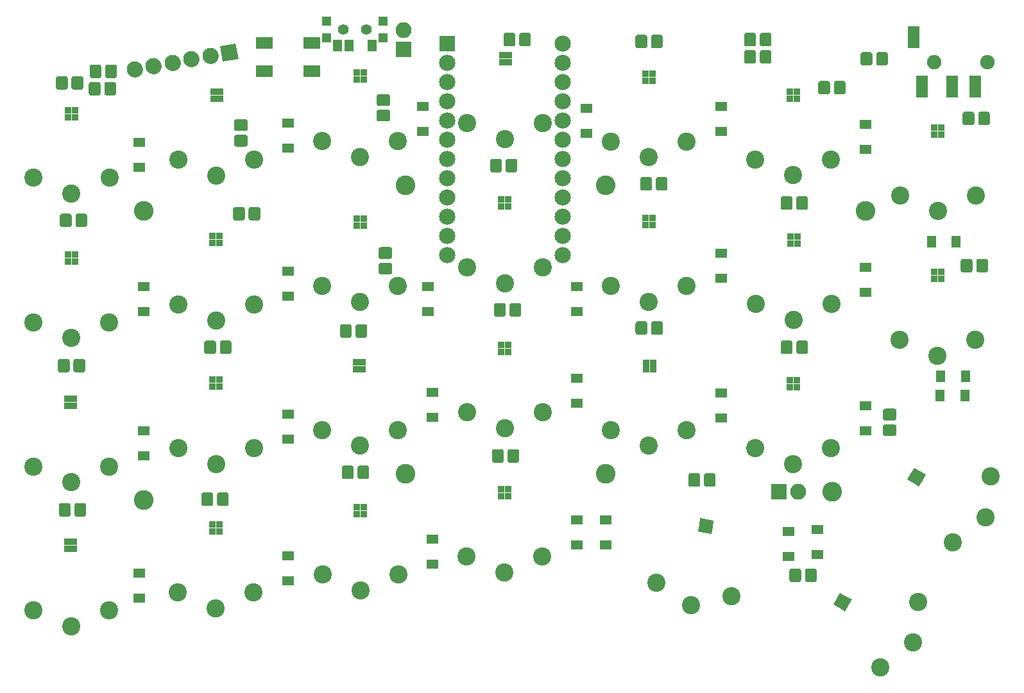
<source format=gbr>
G04 #@! TF.GenerationSoftware,KiCad,Pcbnew,(5.0.0)*
G04 #@! TF.CreationDate,2019-11-12T20:48:11-06:00*
G04 #@! TF.ProjectId,ErgoTravel,4572676F54726176656C2E6B69636164,rev?*
G04 #@! TF.SameCoordinates,Original*
G04 #@! TF.FileFunction,Soldermask,Top*
G04 #@! TF.FilePolarity,Negative*
%FSLAX46Y46*%
G04 Gerber Fmt 4.6, Leading zero omitted, Abs format (unit mm)*
G04 Created by KiCad (PCBNEW (5.0.0)) date 11/12/19 20:48:11*
%MOMM*%
%LPD*%
G01*
G04 APERTURE LIST*
%ADD10C,2.400000*%
%ADD11R,2.200000X1.500000*%
%ADD12C,2.152600*%
%ADD13R,2.152600X2.152600*%
%ADD14C,2.100000*%
%ADD15C,2.100000*%
%ADD16C,0.100000*%
%ADD17C,1.550000*%
%ADD18R,1.300000X1.300000*%
%ADD19R,1.300000X1.650000*%
%ADD20C,1.400000*%
%ADD21R,1.600000X1.300000*%
%ADD22R,1.300000X1.600000*%
%ADD23R,0.900000X0.900000*%
%ADD24C,0.900000*%
%ADD25R,1.600000X2.900000*%
%ADD26C,1.900000*%
%ADD27C,2.600000*%
%ADD28R,2.100000X2.100000*%
%ADD29O,2.100000X2.100000*%
G04 APERTURE END LIST*
D10*
G04 #@! TO.C,K24*
X191193421Y-132450687D03*
X195512074Y-129170560D03*
X196193421Y-123790433D03*
G04 #@! TD*
D11*
G04 #@! TO.C,SW1*
X109930000Y-49966000D03*
X116130000Y-49966000D03*
X109930000Y-53666000D03*
X116130000Y-53666000D03*
G04 #@! TD*
D12*
G04 #@! TO.C,U1*
X149260038Y-50054000D03*
X149260038Y-52594000D03*
X149260038Y-55134000D03*
X149260038Y-57674000D03*
X149260038Y-60214000D03*
X149260038Y-62754000D03*
X149260038Y-65294000D03*
X149260038Y-67834000D03*
X149260038Y-70374000D03*
X149260038Y-72914000D03*
X149260038Y-75454000D03*
X149260038Y-77994000D03*
X134020038Y-77994000D03*
X134020038Y-75454000D03*
X134020038Y-72914000D03*
X134020038Y-70374000D03*
X134020038Y-67834000D03*
X134020038Y-65294000D03*
X134020038Y-62754000D03*
X134020038Y-60214000D03*
X134020038Y-57674000D03*
X134020038Y-55134000D03*
X134020038Y-52594000D03*
D13*
X134020038Y-50054000D03*
G04 #@! TD*
D14*
G04 #@! TO.C,J4*
X92748589Y-53455332D03*
D15*
X92748589Y-53455332D02*
X92748589Y-53455332D01*
D14*
X95250000Y-53014265D03*
D15*
X95250000Y-53014265D02*
X95250000Y-53014265D01*
D14*
X97751412Y-52573199D03*
D15*
X97751412Y-52573199D02*
X97751412Y-52573199D01*
D14*
X100252824Y-52132133D03*
D15*
X100252824Y-52132133D02*
X100252824Y-52132133D01*
D14*
X102754235Y-51691066D03*
D15*
X102754235Y-51691066D02*
X102754235Y-51691066D01*
D14*
X105255647Y-51250000D03*
D16*
G36*
X104039268Y-50398282D02*
X106107365Y-50033621D01*
X106472026Y-52101718D01*
X104403929Y-52466379D01*
X104039268Y-50398282D01*
X104039268Y-50398282D01*
G37*
G04 #@! TD*
G04 #@! TO.C,R4*
G36*
X176502071Y-48631623D02*
X176534781Y-48636475D01*
X176566857Y-48644509D01*
X176597991Y-48655649D01*
X176627884Y-48669787D01*
X176656247Y-48686787D01*
X176682807Y-48706485D01*
X176707308Y-48728692D01*
X176729515Y-48753193D01*
X176749213Y-48779753D01*
X176766213Y-48808116D01*
X176780351Y-48838009D01*
X176791491Y-48869143D01*
X176799525Y-48901219D01*
X176804377Y-48933929D01*
X176806000Y-48966956D01*
X176806000Y-50093044D01*
X176804377Y-50126071D01*
X176799525Y-50158781D01*
X176791491Y-50190857D01*
X176780351Y-50221991D01*
X176766213Y-50251884D01*
X176749213Y-50280247D01*
X176729515Y-50306807D01*
X176707308Y-50331308D01*
X176682807Y-50353515D01*
X176656247Y-50373213D01*
X176627884Y-50390213D01*
X176597991Y-50404351D01*
X176566857Y-50415491D01*
X176534781Y-50423525D01*
X176502071Y-50428377D01*
X176469044Y-50430000D01*
X175592956Y-50430000D01*
X175559929Y-50428377D01*
X175527219Y-50423525D01*
X175495143Y-50415491D01*
X175464009Y-50404351D01*
X175434116Y-50390213D01*
X175405753Y-50373213D01*
X175379193Y-50353515D01*
X175354692Y-50331308D01*
X175332485Y-50306807D01*
X175312787Y-50280247D01*
X175295787Y-50251884D01*
X175281649Y-50221991D01*
X175270509Y-50190857D01*
X175262475Y-50158781D01*
X175257623Y-50126071D01*
X175256000Y-50093044D01*
X175256000Y-48966956D01*
X175257623Y-48933929D01*
X175262475Y-48901219D01*
X175270509Y-48869143D01*
X175281649Y-48838009D01*
X175295787Y-48808116D01*
X175312787Y-48779753D01*
X175332485Y-48753193D01*
X175354692Y-48728692D01*
X175379193Y-48706485D01*
X175405753Y-48686787D01*
X175434116Y-48669787D01*
X175464009Y-48655649D01*
X175495143Y-48644509D01*
X175527219Y-48636475D01*
X175559929Y-48631623D01*
X175592956Y-48630000D01*
X176469044Y-48630000D01*
X176502071Y-48631623D01*
X176502071Y-48631623D01*
G37*
D17*
X176031000Y-49530000D03*
D16*
G36*
X174452071Y-48631623D02*
X174484781Y-48636475D01*
X174516857Y-48644509D01*
X174547991Y-48655649D01*
X174577884Y-48669787D01*
X174606247Y-48686787D01*
X174632807Y-48706485D01*
X174657308Y-48728692D01*
X174679515Y-48753193D01*
X174699213Y-48779753D01*
X174716213Y-48808116D01*
X174730351Y-48838009D01*
X174741491Y-48869143D01*
X174749525Y-48901219D01*
X174754377Y-48933929D01*
X174756000Y-48966956D01*
X174756000Y-50093044D01*
X174754377Y-50126071D01*
X174749525Y-50158781D01*
X174741491Y-50190857D01*
X174730351Y-50221991D01*
X174716213Y-50251884D01*
X174699213Y-50280247D01*
X174679515Y-50306807D01*
X174657308Y-50331308D01*
X174632807Y-50353515D01*
X174606247Y-50373213D01*
X174577884Y-50390213D01*
X174547991Y-50404351D01*
X174516857Y-50415491D01*
X174484781Y-50423525D01*
X174452071Y-50428377D01*
X174419044Y-50430000D01*
X173542956Y-50430000D01*
X173509929Y-50428377D01*
X173477219Y-50423525D01*
X173445143Y-50415491D01*
X173414009Y-50404351D01*
X173384116Y-50390213D01*
X173355753Y-50373213D01*
X173329193Y-50353515D01*
X173304692Y-50331308D01*
X173282485Y-50306807D01*
X173262787Y-50280247D01*
X173245787Y-50251884D01*
X173231649Y-50221991D01*
X173220509Y-50190857D01*
X173212475Y-50158781D01*
X173207623Y-50126071D01*
X173206000Y-50093044D01*
X173206000Y-48966956D01*
X173207623Y-48933929D01*
X173212475Y-48901219D01*
X173220509Y-48869143D01*
X173231649Y-48838009D01*
X173245787Y-48808116D01*
X173262787Y-48779753D01*
X173282485Y-48753193D01*
X173304692Y-48728692D01*
X173329193Y-48706485D01*
X173355753Y-48686787D01*
X173384116Y-48669787D01*
X173414009Y-48655649D01*
X173445143Y-48644509D01*
X173477219Y-48636475D01*
X173509929Y-48631623D01*
X173542956Y-48630000D01*
X174419044Y-48630000D01*
X174452071Y-48631623D01*
X174452071Y-48631623D01*
G37*
D17*
X173981000Y-49530000D03*
G04 #@! TD*
D16*
G04 #@! TO.C,R6*
G36*
X189819071Y-51171623D02*
X189851781Y-51176475D01*
X189883857Y-51184509D01*
X189914991Y-51195649D01*
X189944884Y-51209787D01*
X189973247Y-51226787D01*
X189999807Y-51246485D01*
X190024308Y-51268692D01*
X190046515Y-51293193D01*
X190066213Y-51319753D01*
X190083213Y-51348116D01*
X190097351Y-51378009D01*
X190108491Y-51409143D01*
X190116525Y-51441219D01*
X190121377Y-51473929D01*
X190123000Y-51506956D01*
X190123000Y-52633044D01*
X190121377Y-52666071D01*
X190116525Y-52698781D01*
X190108491Y-52730857D01*
X190097351Y-52761991D01*
X190083213Y-52791884D01*
X190066213Y-52820247D01*
X190046515Y-52846807D01*
X190024308Y-52871308D01*
X189999807Y-52893515D01*
X189973247Y-52913213D01*
X189944884Y-52930213D01*
X189914991Y-52944351D01*
X189883857Y-52955491D01*
X189851781Y-52963525D01*
X189819071Y-52968377D01*
X189786044Y-52970000D01*
X188909956Y-52970000D01*
X188876929Y-52968377D01*
X188844219Y-52963525D01*
X188812143Y-52955491D01*
X188781009Y-52944351D01*
X188751116Y-52930213D01*
X188722753Y-52913213D01*
X188696193Y-52893515D01*
X188671692Y-52871308D01*
X188649485Y-52846807D01*
X188629787Y-52820247D01*
X188612787Y-52791884D01*
X188598649Y-52761991D01*
X188587509Y-52730857D01*
X188579475Y-52698781D01*
X188574623Y-52666071D01*
X188573000Y-52633044D01*
X188573000Y-51506956D01*
X188574623Y-51473929D01*
X188579475Y-51441219D01*
X188587509Y-51409143D01*
X188598649Y-51378009D01*
X188612787Y-51348116D01*
X188629787Y-51319753D01*
X188649485Y-51293193D01*
X188671692Y-51268692D01*
X188696193Y-51246485D01*
X188722753Y-51226787D01*
X188751116Y-51209787D01*
X188781009Y-51195649D01*
X188812143Y-51184509D01*
X188844219Y-51176475D01*
X188876929Y-51171623D01*
X188909956Y-51170000D01*
X189786044Y-51170000D01*
X189819071Y-51171623D01*
X189819071Y-51171623D01*
G37*
D17*
X189348000Y-52070000D03*
D16*
G36*
X191869071Y-51171623D02*
X191901781Y-51176475D01*
X191933857Y-51184509D01*
X191964991Y-51195649D01*
X191994884Y-51209787D01*
X192023247Y-51226787D01*
X192049807Y-51246485D01*
X192074308Y-51268692D01*
X192096515Y-51293193D01*
X192116213Y-51319753D01*
X192133213Y-51348116D01*
X192147351Y-51378009D01*
X192158491Y-51409143D01*
X192166525Y-51441219D01*
X192171377Y-51473929D01*
X192173000Y-51506956D01*
X192173000Y-52633044D01*
X192171377Y-52666071D01*
X192166525Y-52698781D01*
X192158491Y-52730857D01*
X192147351Y-52761991D01*
X192133213Y-52791884D01*
X192116213Y-52820247D01*
X192096515Y-52846807D01*
X192074308Y-52871308D01*
X192049807Y-52893515D01*
X192023247Y-52913213D01*
X191994884Y-52930213D01*
X191964991Y-52944351D01*
X191933857Y-52955491D01*
X191901781Y-52963525D01*
X191869071Y-52968377D01*
X191836044Y-52970000D01*
X190959956Y-52970000D01*
X190926929Y-52968377D01*
X190894219Y-52963525D01*
X190862143Y-52955491D01*
X190831009Y-52944351D01*
X190801116Y-52930213D01*
X190772753Y-52913213D01*
X190746193Y-52893515D01*
X190721692Y-52871308D01*
X190699485Y-52846807D01*
X190679787Y-52820247D01*
X190662787Y-52791884D01*
X190648649Y-52761991D01*
X190637509Y-52730857D01*
X190629475Y-52698781D01*
X190624623Y-52666071D01*
X190623000Y-52633044D01*
X190623000Y-51506956D01*
X190624623Y-51473929D01*
X190629475Y-51441219D01*
X190637509Y-51409143D01*
X190648649Y-51378009D01*
X190662787Y-51348116D01*
X190679787Y-51319753D01*
X190699485Y-51293193D01*
X190721692Y-51268692D01*
X190746193Y-51246485D01*
X190772753Y-51226787D01*
X190801116Y-51209787D01*
X190831009Y-51195649D01*
X190862143Y-51184509D01*
X190894219Y-51176475D01*
X190926929Y-51171623D01*
X190959956Y-51170000D01*
X191836044Y-51170000D01*
X191869071Y-51171623D01*
X191869071Y-51171623D01*
G37*
D17*
X191398000Y-52070000D03*
G04 #@! TD*
D18*
G04 #@! TO.C,SW3*
X118129000Y-47117000D03*
X118129000Y-49317000D03*
X125529000Y-49317000D03*
X125529000Y-47117000D03*
D19*
X124079000Y-50292000D03*
X119579000Y-50292000D03*
X121079000Y-50292000D03*
D20*
X120329000Y-48217000D03*
X123329000Y-48217000D03*
G04 #@! TD*
G04 #@! TO.C,SW4*
X123329000Y-48217000D03*
X120329000Y-48217000D03*
G04 #@! TD*
D10*
G04 #@! TO.C,K1*
X79444288Y-67743812D03*
X84444288Y-69843812D03*
X89444288Y-67743812D03*
G04 #@! TD*
G04 #@! TO.C,K2*
X79424884Y-86855510D03*
X84424884Y-88955510D03*
X89424884Y-86855510D03*
G04 #@! TD*
G04 #@! TO.C,K3*
X79424884Y-105907670D03*
X84424884Y-108007670D03*
X89424884Y-105907670D03*
G04 #@! TD*
G04 #@! TO.C,K4*
X79424884Y-124900292D03*
X84424884Y-127000292D03*
X89424884Y-124900292D03*
G04 #@! TD*
G04 #@! TO.C,K5*
X98536582Y-65421830D03*
X103536582Y-67521830D03*
X108536582Y-65421830D03*
G04 #@! TD*
G04 #@! TO.C,K6*
X98536582Y-84533528D03*
X103536582Y-86633528D03*
X108536582Y-84533528D03*
G04 #@! TD*
G04 #@! TO.C,K7*
X98536582Y-103466612D03*
X103536582Y-105566612D03*
X108536582Y-103466612D03*
G04 #@! TD*
G04 #@! TO.C,K8*
X98477044Y-122578310D03*
X103477044Y-124678310D03*
X108477044Y-122578310D03*
G04 #@! TD*
G04 #@! TO.C,K9*
X117529204Y-62921234D03*
X122529204Y-65021234D03*
X127529204Y-62921234D03*
G04 #@! TD*
G04 #@! TO.C,K10*
X117529204Y-82092470D03*
X122529204Y-84192470D03*
X127529204Y-82092470D03*
G04 #@! TD*
G04 #@! TO.C,K11*
X117469666Y-101085092D03*
X122469666Y-103185092D03*
X127469666Y-101085092D03*
G04 #@! TD*
G04 #@! TO.C,K12*
X117569472Y-120196790D03*
X122569472Y-122296790D03*
X127569472Y-120196790D03*
G04 #@! TD*
G04 #@! TO.C,K13*
X136660172Y-60599252D03*
X141660172Y-62699252D03*
X146660172Y-60599252D03*
G04 #@! TD*
G04 #@! TO.C,K14*
X136621632Y-79651412D03*
X141621632Y-81751412D03*
X146621632Y-79651412D03*
G04 #@! TD*
G04 #@! TO.C,K15*
X136640902Y-98763110D03*
X141640902Y-100863110D03*
X146640902Y-98763110D03*
G04 #@! TD*
G04 #@! TO.C,K16*
X136581364Y-117815270D03*
X141581364Y-119915270D03*
X146581364Y-117815270D03*
G04 #@! TD*
G04 #@! TO.C,K17*
X155633524Y-62980772D03*
X160633524Y-65080772D03*
X165633524Y-62980772D03*
G04 #@! TD*
G04 #@! TO.C,K18*
X155633524Y-82092470D03*
X160633524Y-84192470D03*
X165633524Y-82092470D03*
G04 #@! TD*
G04 #@! TO.C,K19*
X155633524Y-101085092D03*
X160633524Y-103185092D03*
X165633524Y-101085092D03*
G04 #@! TD*
G04 #@! TO.C,K20*
X161658340Y-121295111D03*
X166217718Y-124231448D03*
X171506418Y-123031592D03*
G04 #@! TD*
G04 #@! TO.C,K21*
X174685684Y-65362292D03*
X179685684Y-67462292D03*
X184685684Y-65362292D03*
G04 #@! TD*
G04 #@! TO.C,K22*
X174745222Y-84473990D03*
X179745222Y-86573990D03*
X184745222Y-84473990D03*
G04 #@! TD*
G04 #@! TO.C,K23*
X174685684Y-103466612D03*
X179685684Y-105566612D03*
X184685684Y-103466612D03*
G04 #@! TD*
G04 #@! TO.C,K26*
X193777978Y-70092754D03*
X198777978Y-72192754D03*
X203777978Y-70092754D03*
G04 #@! TD*
G04 #@! TO.C,K27*
X193737844Y-89177492D03*
X198737844Y-91277492D03*
X203737844Y-89177492D03*
G04 #@! TD*
G04 #@! TO.C,K28*
X200758905Y-115905526D03*
X205077558Y-112625399D03*
X205758905Y-107245272D03*
G04 #@! TD*
D16*
G04 #@! TO.C,R2*
G36*
X174452071Y-50917623D02*
X174484781Y-50922475D01*
X174516857Y-50930509D01*
X174547991Y-50941649D01*
X174577884Y-50955787D01*
X174606247Y-50972787D01*
X174632807Y-50992485D01*
X174657308Y-51014692D01*
X174679515Y-51039193D01*
X174699213Y-51065753D01*
X174716213Y-51094116D01*
X174730351Y-51124009D01*
X174741491Y-51155143D01*
X174749525Y-51187219D01*
X174754377Y-51219929D01*
X174756000Y-51252956D01*
X174756000Y-52379044D01*
X174754377Y-52412071D01*
X174749525Y-52444781D01*
X174741491Y-52476857D01*
X174730351Y-52507991D01*
X174716213Y-52537884D01*
X174699213Y-52566247D01*
X174679515Y-52592807D01*
X174657308Y-52617308D01*
X174632807Y-52639515D01*
X174606247Y-52659213D01*
X174577884Y-52676213D01*
X174547991Y-52690351D01*
X174516857Y-52701491D01*
X174484781Y-52709525D01*
X174452071Y-52714377D01*
X174419044Y-52716000D01*
X173542956Y-52716000D01*
X173509929Y-52714377D01*
X173477219Y-52709525D01*
X173445143Y-52701491D01*
X173414009Y-52690351D01*
X173384116Y-52676213D01*
X173355753Y-52659213D01*
X173329193Y-52639515D01*
X173304692Y-52617308D01*
X173282485Y-52592807D01*
X173262787Y-52566247D01*
X173245787Y-52537884D01*
X173231649Y-52507991D01*
X173220509Y-52476857D01*
X173212475Y-52444781D01*
X173207623Y-52412071D01*
X173206000Y-52379044D01*
X173206000Y-51252956D01*
X173207623Y-51219929D01*
X173212475Y-51187219D01*
X173220509Y-51155143D01*
X173231649Y-51124009D01*
X173245787Y-51094116D01*
X173262787Y-51065753D01*
X173282485Y-51039193D01*
X173304692Y-51014692D01*
X173329193Y-50992485D01*
X173355753Y-50972787D01*
X173384116Y-50955787D01*
X173414009Y-50941649D01*
X173445143Y-50930509D01*
X173477219Y-50922475D01*
X173509929Y-50917623D01*
X173542956Y-50916000D01*
X174419044Y-50916000D01*
X174452071Y-50917623D01*
X174452071Y-50917623D01*
G37*
D17*
X173981000Y-51816000D03*
D16*
G36*
X176502071Y-50917623D02*
X176534781Y-50922475D01*
X176566857Y-50930509D01*
X176597991Y-50941649D01*
X176627884Y-50955787D01*
X176656247Y-50972787D01*
X176682807Y-50992485D01*
X176707308Y-51014692D01*
X176729515Y-51039193D01*
X176749213Y-51065753D01*
X176766213Y-51094116D01*
X176780351Y-51124009D01*
X176791491Y-51155143D01*
X176799525Y-51187219D01*
X176804377Y-51219929D01*
X176806000Y-51252956D01*
X176806000Y-52379044D01*
X176804377Y-52412071D01*
X176799525Y-52444781D01*
X176791491Y-52476857D01*
X176780351Y-52507991D01*
X176766213Y-52537884D01*
X176749213Y-52566247D01*
X176729515Y-52592807D01*
X176707308Y-52617308D01*
X176682807Y-52639515D01*
X176656247Y-52659213D01*
X176627884Y-52676213D01*
X176597991Y-52690351D01*
X176566857Y-52701491D01*
X176534781Y-52709525D01*
X176502071Y-52714377D01*
X176469044Y-52716000D01*
X175592956Y-52716000D01*
X175559929Y-52714377D01*
X175527219Y-52709525D01*
X175495143Y-52701491D01*
X175464009Y-52690351D01*
X175434116Y-52676213D01*
X175405753Y-52659213D01*
X175379193Y-52639515D01*
X175354692Y-52617308D01*
X175332485Y-52592807D01*
X175312787Y-52566247D01*
X175295787Y-52537884D01*
X175281649Y-52507991D01*
X175270509Y-52476857D01*
X175262475Y-52444781D01*
X175257623Y-52412071D01*
X175256000Y-52379044D01*
X175256000Y-51252956D01*
X175257623Y-51219929D01*
X175262475Y-51187219D01*
X175270509Y-51155143D01*
X175281649Y-51124009D01*
X175295787Y-51094116D01*
X175312787Y-51065753D01*
X175332485Y-51039193D01*
X175354692Y-51014692D01*
X175379193Y-50992485D01*
X175405753Y-50972787D01*
X175434116Y-50955787D01*
X175464009Y-50941649D01*
X175495143Y-50930509D01*
X175527219Y-50922475D01*
X175559929Y-50917623D01*
X175592956Y-50916000D01*
X176469044Y-50916000D01*
X176502071Y-50917623D01*
X176502071Y-50917623D01*
G37*
D17*
X176031000Y-51816000D03*
G04 #@! TD*
D16*
G04 #@! TO.C,R8*
G36*
X90015071Y-55108623D02*
X90047781Y-55113475D01*
X90079857Y-55121509D01*
X90110991Y-55132649D01*
X90140884Y-55146787D01*
X90169247Y-55163787D01*
X90195807Y-55183485D01*
X90220308Y-55205692D01*
X90242515Y-55230193D01*
X90262213Y-55256753D01*
X90279213Y-55285116D01*
X90293351Y-55315009D01*
X90304491Y-55346143D01*
X90312525Y-55378219D01*
X90317377Y-55410929D01*
X90319000Y-55443956D01*
X90319000Y-56570044D01*
X90317377Y-56603071D01*
X90312525Y-56635781D01*
X90304491Y-56667857D01*
X90293351Y-56698991D01*
X90279213Y-56728884D01*
X90262213Y-56757247D01*
X90242515Y-56783807D01*
X90220308Y-56808308D01*
X90195807Y-56830515D01*
X90169247Y-56850213D01*
X90140884Y-56867213D01*
X90110991Y-56881351D01*
X90079857Y-56892491D01*
X90047781Y-56900525D01*
X90015071Y-56905377D01*
X89982044Y-56907000D01*
X89105956Y-56907000D01*
X89072929Y-56905377D01*
X89040219Y-56900525D01*
X89008143Y-56892491D01*
X88977009Y-56881351D01*
X88947116Y-56867213D01*
X88918753Y-56850213D01*
X88892193Y-56830515D01*
X88867692Y-56808308D01*
X88845485Y-56783807D01*
X88825787Y-56757247D01*
X88808787Y-56728884D01*
X88794649Y-56698991D01*
X88783509Y-56667857D01*
X88775475Y-56635781D01*
X88770623Y-56603071D01*
X88769000Y-56570044D01*
X88769000Y-55443956D01*
X88770623Y-55410929D01*
X88775475Y-55378219D01*
X88783509Y-55346143D01*
X88794649Y-55315009D01*
X88808787Y-55285116D01*
X88825787Y-55256753D01*
X88845485Y-55230193D01*
X88867692Y-55205692D01*
X88892193Y-55183485D01*
X88918753Y-55163787D01*
X88947116Y-55146787D01*
X88977009Y-55132649D01*
X89008143Y-55121509D01*
X89040219Y-55113475D01*
X89072929Y-55108623D01*
X89105956Y-55107000D01*
X89982044Y-55107000D01*
X90015071Y-55108623D01*
X90015071Y-55108623D01*
G37*
D17*
X89544000Y-56007000D03*
D16*
G36*
X87965071Y-55108623D02*
X87997781Y-55113475D01*
X88029857Y-55121509D01*
X88060991Y-55132649D01*
X88090884Y-55146787D01*
X88119247Y-55163787D01*
X88145807Y-55183485D01*
X88170308Y-55205692D01*
X88192515Y-55230193D01*
X88212213Y-55256753D01*
X88229213Y-55285116D01*
X88243351Y-55315009D01*
X88254491Y-55346143D01*
X88262525Y-55378219D01*
X88267377Y-55410929D01*
X88269000Y-55443956D01*
X88269000Y-56570044D01*
X88267377Y-56603071D01*
X88262525Y-56635781D01*
X88254491Y-56667857D01*
X88243351Y-56698991D01*
X88229213Y-56728884D01*
X88212213Y-56757247D01*
X88192515Y-56783807D01*
X88170308Y-56808308D01*
X88145807Y-56830515D01*
X88119247Y-56850213D01*
X88090884Y-56867213D01*
X88060991Y-56881351D01*
X88029857Y-56892491D01*
X87997781Y-56900525D01*
X87965071Y-56905377D01*
X87932044Y-56907000D01*
X87055956Y-56907000D01*
X87022929Y-56905377D01*
X86990219Y-56900525D01*
X86958143Y-56892491D01*
X86927009Y-56881351D01*
X86897116Y-56867213D01*
X86868753Y-56850213D01*
X86842193Y-56830515D01*
X86817692Y-56808308D01*
X86795485Y-56783807D01*
X86775787Y-56757247D01*
X86758787Y-56728884D01*
X86744649Y-56698991D01*
X86733509Y-56667857D01*
X86725475Y-56635781D01*
X86720623Y-56603071D01*
X86719000Y-56570044D01*
X86719000Y-55443956D01*
X86720623Y-55410929D01*
X86725475Y-55378219D01*
X86733509Y-55346143D01*
X86744649Y-55315009D01*
X86758787Y-55285116D01*
X86775787Y-55256753D01*
X86795485Y-55230193D01*
X86817692Y-55205692D01*
X86842193Y-55183485D01*
X86868753Y-55163787D01*
X86897116Y-55146787D01*
X86927009Y-55132649D01*
X86958143Y-55121509D01*
X86990219Y-55113475D01*
X87022929Y-55108623D01*
X87055956Y-55107000D01*
X87932044Y-55107000D01*
X87965071Y-55108623D01*
X87965071Y-55108623D01*
G37*
D17*
X87494000Y-56007000D03*
G04 #@! TD*
D16*
G04 #@! TO.C,C1*
G36*
X180421618Y-119370620D02*
X180454269Y-119375463D01*
X180486287Y-119383483D01*
X180517366Y-119394603D01*
X180547204Y-119408716D01*
X180575516Y-119425685D01*
X180602028Y-119445348D01*
X180626485Y-119467515D01*
X180648652Y-119491972D01*
X180668315Y-119518484D01*
X180685284Y-119546796D01*
X180699397Y-119576634D01*
X180710517Y-119607713D01*
X180718537Y-119639731D01*
X180723380Y-119672382D01*
X180725000Y-119705350D01*
X180725000Y-120832650D01*
X180723380Y-120865618D01*
X180718537Y-120898269D01*
X180710517Y-120930287D01*
X180699397Y-120961366D01*
X180685284Y-120991204D01*
X180668315Y-121019516D01*
X180648652Y-121046028D01*
X180626485Y-121070485D01*
X180602028Y-121092652D01*
X180575516Y-121112315D01*
X180547204Y-121129284D01*
X180517366Y-121143397D01*
X180486287Y-121154517D01*
X180454269Y-121162537D01*
X180421618Y-121167380D01*
X180388650Y-121169000D01*
X179511350Y-121169000D01*
X179478382Y-121167380D01*
X179445731Y-121162537D01*
X179413713Y-121154517D01*
X179382634Y-121143397D01*
X179352796Y-121129284D01*
X179324484Y-121112315D01*
X179297972Y-121092652D01*
X179273515Y-121070485D01*
X179251348Y-121046028D01*
X179231685Y-121019516D01*
X179214716Y-120991204D01*
X179200603Y-120961366D01*
X179189483Y-120930287D01*
X179181463Y-120898269D01*
X179176620Y-120865618D01*
X179175000Y-120832650D01*
X179175000Y-119705350D01*
X179176620Y-119672382D01*
X179181463Y-119639731D01*
X179189483Y-119607713D01*
X179200603Y-119576634D01*
X179214716Y-119546796D01*
X179231685Y-119518484D01*
X179251348Y-119491972D01*
X179273515Y-119467515D01*
X179297972Y-119445348D01*
X179324484Y-119425685D01*
X179352796Y-119408716D01*
X179382634Y-119394603D01*
X179413713Y-119383483D01*
X179445731Y-119375463D01*
X179478382Y-119370620D01*
X179511350Y-119369000D01*
X180388650Y-119369000D01*
X180421618Y-119370620D01*
X180421618Y-119370620D01*
G37*
D17*
X179950000Y-120269000D03*
D16*
G36*
X182471618Y-119370620D02*
X182504269Y-119375463D01*
X182536287Y-119383483D01*
X182567366Y-119394603D01*
X182597204Y-119408716D01*
X182625516Y-119425685D01*
X182652028Y-119445348D01*
X182676485Y-119467515D01*
X182698652Y-119491972D01*
X182718315Y-119518484D01*
X182735284Y-119546796D01*
X182749397Y-119576634D01*
X182760517Y-119607713D01*
X182768537Y-119639731D01*
X182773380Y-119672382D01*
X182775000Y-119705350D01*
X182775000Y-120832650D01*
X182773380Y-120865618D01*
X182768537Y-120898269D01*
X182760517Y-120930287D01*
X182749397Y-120961366D01*
X182735284Y-120991204D01*
X182718315Y-121019516D01*
X182698652Y-121046028D01*
X182676485Y-121070485D01*
X182652028Y-121092652D01*
X182625516Y-121112315D01*
X182597204Y-121129284D01*
X182567366Y-121143397D01*
X182536287Y-121154517D01*
X182504269Y-121162537D01*
X182471618Y-121167380D01*
X182438650Y-121169000D01*
X181561350Y-121169000D01*
X181528382Y-121167380D01*
X181495731Y-121162537D01*
X181463713Y-121154517D01*
X181432634Y-121143397D01*
X181402796Y-121129284D01*
X181374484Y-121112315D01*
X181347972Y-121092652D01*
X181323515Y-121070485D01*
X181301348Y-121046028D01*
X181281685Y-121019516D01*
X181264716Y-120991204D01*
X181250603Y-120961366D01*
X181239483Y-120930287D01*
X181231463Y-120898269D01*
X181226620Y-120865618D01*
X181225000Y-120832650D01*
X181225000Y-119705350D01*
X181226620Y-119672382D01*
X181231463Y-119639731D01*
X181239483Y-119607713D01*
X181250603Y-119576634D01*
X181264716Y-119546796D01*
X181281685Y-119518484D01*
X181301348Y-119491972D01*
X181323515Y-119467515D01*
X181347972Y-119445348D01*
X181374484Y-119425685D01*
X181402796Y-119408716D01*
X181432634Y-119394603D01*
X181463713Y-119383483D01*
X181495731Y-119375463D01*
X181528382Y-119370620D01*
X181561350Y-119369000D01*
X182438650Y-119369000D01*
X182471618Y-119370620D01*
X182471618Y-119370620D01*
G37*
D17*
X182000000Y-120269000D03*
G04 #@! TD*
D16*
G04 #@! TO.C,C2*
G36*
X186281618Y-54981620D02*
X186314269Y-54986463D01*
X186346287Y-54994483D01*
X186377366Y-55005603D01*
X186407204Y-55019716D01*
X186435516Y-55036685D01*
X186462028Y-55056348D01*
X186486485Y-55078515D01*
X186508652Y-55102972D01*
X186528315Y-55129484D01*
X186545284Y-55157796D01*
X186559397Y-55187634D01*
X186570517Y-55218713D01*
X186578537Y-55250731D01*
X186583380Y-55283382D01*
X186585000Y-55316350D01*
X186585000Y-56443650D01*
X186583380Y-56476618D01*
X186578537Y-56509269D01*
X186570517Y-56541287D01*
X186559397Y-56572366D01*
X186545284Y-56602204D01*
X186528315Y-56630516D01*
X186508652Y-56657028D01*
X186486485Y-56681485D01*
X186462028Y-56703652D01*
X186435516Y-56723315D01*
X186407204Y-56740284D01*
X186377366Y-56754397D01*
X186346287Y-56765517D01*
X186314269Y-56773537D01*
X186281618Y-56778380D01*
X186248650Y-56780000D01*
X185371350Y-56780000D01*
X185338382Y-56778380D01*
X185305731Y-56773537D01*
X185273713Y-56765517D01*
X185242634Y-56754397D01*
X185212796Y-56740284D01*
X185184484Y-56723315D01*
X185157972Y-56703652D01*
X185133515Y-56681485D01*
X185111348Y-56657028D01*
X185091685Y-56630516D01*
X185074716Y-56602204D01*
X185060603Y-56572366D01*
X185049483Y-56541287D01*
X185041463Y-56509269D01*
X185036620Y-56476618D01*
X185035000Y-56443650D01*
X185035000Y-55316350D01*
X185036620Y-55283382D01*
X185041463Y-55250731D01*
X185049483Y-55218713D01*
X185060603Y-55187634D01*
X185074716Y-55157796D01*
X185091685Y-55129484D01*
X185111348Y-55102972D01*
X185133515Y-55078515D01*
X185157972Y-55056348D01*
X185184484Y-55036685D01*
X185212796Y-55019716D01*
X185242634Y-55005603D01*
X185273713Y-54994483D01*
X185305731Y-54986463D01*
X185338382Y-54981620D01*
X185371350Y-54980000D01*
X186248650Y-54980000D01*
X186281618Y-54981620D01*
X186281618Y-54981620D01*
G37*
D17*
X185810000Y-55880000D03*
D16*
G36*
X184231618Y-54981620D02*
X184264269Y-54986463D01*
X184296287Y-54994483D01*
X184327366Y-55005603D01*
X184357204Y-55019716D01*
X184385516Y-55036685D01*
X184412028Y-55056348D01*
X184436485Y-55078515D01*
X184458652Y-55102972D01*
X184478315Y-55129484D01*
X184495284Y-55157796D01*
X184509397Y-55187634D01*
X184520517Y-55218713D01*
X184528537Y-55250731D01*
X184533380Y-55283382D01*
X184535000Y-55316350D01*
X184535000Y-56443650D01*
X184533380Y-56476618D01*
X184528537Y-56509269D01*
X184520517Y-56541287D01*
X184509397Y-56572366D01*
X184495284Y-56602204D01*
X184478315Y-56630516D01*
X184458652Y-56657028D01*
X184436485Y-56681485D01*
X184412028Y-56703652D01*
X184385516Y-56723315D01*
X184357204Y-56740284D01*
X184327366Y-56754397D01*
X184296287Y-56765517D01*
X184264269Y-56773537D01*
X184231618Y-56778380D01*
X184198650Y-56780000D01*
X183321350Y-56780000D01*
X183288382Y-56778380D01*
X183255731Y-56773537D01*
X183223713Y-56765517D01*
X183192634Y-56754397D01*
X183162796Y-56740284D01*
X183134484Y-56723315D01*
X183107972Y-56703652D01*
X183083515Y-56681485D01*
X183061348Y-56657028D01*
X183041685Y-56630516D01*
X183024716Y-56602204D01*
X183010603Y-56572366D01*
X182999483Y-56541287D01*
X182991463Y-56509269D01*
X182986620Y-56476618D01*
X182985000Y-56443650D01*
X182985000Y-55316350D01*
X182986620Y-55283382D01*
X182991463Y-55250731D01*
X182999483Y-55218713D01*
X183010603Y-55187634D01*
X183024716Y-55157796D01*
X183041685Y-55129484D01*
X183061348Y-55102972D01*
X183083515Y-55078515D01*
X183107972Y-55056348D01*
X183134484Y-55036685D01*
X183162796Y-55019716D01*
X183192634Y-55005603D01*
X183223713Y-54994483D01*
X183255731Y-54986463D01*
X183288382Y-54981620D01*
X183321350Y-54980000D01*
X184198650Y-54980000D01*
X184231618Y-54981620D01*
X184231618Y-54981620D01*
G37*
D17*
X183760000Y-55880000D03*
G04 #@! TD*
D16*
G04 #@! TO.C,C3*
G36*
X126199618Y-58798620D02*
X126232269Y-58803463D01*
X126264287Y-58811483D01*
X126295366Y-58822603D01*
X126325204Y-58836716D01*
X126353516Y-58853685D01*
X126380028Y-58873348D01*
X126404485Y-58895515D01*
X126426652Y-58919972D01*
X126446315Y-58946484D01*
X126463284Y-58974796D01*
X126477397Y-59004634D01*
X126488517Y-59035713D01*
X126496537Y-59067731D01*
X126501380Y-59100382D01*
X126503000Y-59133350D01*
X126503000Y-60010650D01*
X126501380Y-60043618D01*
X126496537Y-60076269D01*
X126488517Y-60108287D01*
X126477397Y-60139366D01*
X126463284Y-60169204D01*
X126446315Y-60197516D01*
X126426652Y-60224028D01*
X126404485Y-60248485D01*
X126380028Y-60270652D01*
X126353516Y-60290315D01*
X126325204Y-60307284D01*
X126295366Y-60321397D01*
X126264287Y-60332517D01*
X126232269Y-60340537D01*
X126199618Y-60345380D01*
X126166650Y-60347000D01*
X125039350Y-60347000D01*
X125006382Y-60345380D01*
X124973731Y-60340537D01*
X124941713Y-60332517D01*
X124910634Y-60321397D01*
X124880796Y-60307284D01*
X124852484Y-60290315D01*
X124825972Y-60270652D01*
X124801515Y-60248485D01*
X124779348Y-60224028D01*
X124759685Y-60197516D01*
X124742716Y-60169204D01*
X124728603Y-60139366D01*
X124717483Y-60108287D01*
X124709463Y-60076269D01*
X124704620Y-60043618D01*
X124703000Y-60010650D01*
X124703000Y-59133350D01*
X124704620Y-59100382D01*
X124709463Y-59067731D01*
X124717483Y-59035713D01*
X124728603Y-59004634D01*
X124742716Y-58974796D01*
X124759685Y-58946484D01*
X124779348Y-58919972D01*
X124801515Y-58895515D01*
X124825972Y-58873348D01*
X124852484Y-58853685D01*
X124880796Y-58836716D01*
X124910634Y-58822603D01*
X124941713Y-58811483D01*
X124973731Y-58803463D01*
X125006382Y-58798620D01*
X125039350Y-58797000D01*
X126166650Y-58797000D01*
X126199618Y-58798620D01*
X126199618Y-58798620D01*
G37*
D17*
X125603000Y-59572000D03*
D16*
G36*
X126199618Y-56748620D02*
X126232269Y-56753463D01*
X126264287Y-56761483D01*
X126295366Y-56772603D01*
X126325204Y-56786716D01*
X126353516Y-56803685D01*
X126380028Y-56823348D01*
X126404485Y-56845515D01*
X126426652Y-56869972D01*
X126446315Y-56896484D01*
X126463284Y-56924796D01*
X126477397Y-56954634D01*
X126488517Y-56985713D01*
X126496537Y-57017731D01*
X126501380Y-57050382D01*
X126503000Y-57083350D01*
X126503000Y-57960650D01*
X126501380Y-57993618D01*
X126496537Y-58026269D01*
X126488517Y-58058287D01*
X126477397Y-58089366D01*
X126463284Y-58119204D01*
X126446315Y-58147516D01*
X126426652Y-58174028D01*
X126404485Y-58198485D01*
X126380028Y-58220652D01*
X126353516Y-58240315D01*
X126325204Y-58257284D01*
X126295366Y-58271397D01*
X126264287Y-58282517D01*
X126232269Y-58290537D01*
X126199618Y-58295380D01*
X126166650Y-58297000D01*
X125039350Y-58297000D01*
X125006382Y-58295380D01*
X124973731Y-58290537D01*
X124941713Y-58282517D01*
X124910634Y-58271397D01*
X124880796Y-58257284D01*
X124852484Y-58240315D01*
X124825972Y-58220652D01*
X124801515Y-58198485D01*
X124779348Y-58174028D01*
X124759685Y-58147516D01*
X124742716Y-58119204D01*
X124728603Y-58089366D01*
X124717483Y-58058287D01*
X124709463Y-58026269D01*
X124704620Y-57993618D01*
X124703000Y-57960650D01*
X124703000Y-57083350D01*
X124704620Y-57050382D01*
X124709463Y-57017731D01*
X124717483Y-56985713D01*
X124728603Y-56954634D01*
X124742716Y-56924796D01*
X124759685Y-56896484D01*
X124779348Y-56869972D01*
X124801515Y-56845515D01*
X124825972Y-56823348D01*
X124852484Y-56803685D01*
X124880796Y-56786716D01*
X124910634Y-56772603D01*
X124941713Y-56761483D01*
X124973731Y-56753463D01*
X125006382Y-56748620D01*
X125039350Y-56747000D01*
X126166650Y-56747000D01*
X126199618Y-56748620D01*
X126199618Y-56748620D01*
G37*
D17*
X125603000Y-57522000D03*
G04 #@! TD*
D16*
G04 #@! TO.C,C4*
G36*
X179278618Y-89271620D02*
X179311269Y-89276463D01*
X179343287Y-89284483D01*
X179374366Y-89295603D01*
X179404204Y-89309716D01*
X179432516Y-89326685D01*
X179459028Y-89346348D01*
X179483485Y-89368515D01*
X179505652Y-89392972D01*
X179525315Y-89419484D01*
X179542284Y-89447796D01*
X179556397Y-89477634D01*
X179567517Y-89508713D01*
X179575537Y-89540731D01*
X179580380Y-89573382D01*
X179582000Y-89606350D01*
X179582000Y-90733650D01*
X179580380Y-90766618D01*
X179575537Y-90799269D01*
X179567517Y-90831287D01*
X179556397Y-90862366D01*
X179542284Y-90892204D01*
X179525315Y-90920516D01*
X179505652Y-90947028D01*
X179483485Y-90971485D01*
X179459028Y-90993652D01*
X179432516Y-91013315D01*
X179404204Y-91030284D01*
X179374366Y-91044397D01*
X179343287Y-91055517D01*
X179311269Y-91063537D01*
X179278618Y-91068380D01*
X179245650Y-91070000D01*
X178368350Y-91070000D01*
X178335382Y-91068380D01*
X178302731Y-91063537D01*
X178270713Y-91055517D01*
X178239634Y-91044397D01*
X178209796Y-91030284D01*
X178181484Y-91013315D01*
X178154972Y-90993652D01*
X178130515Y-90971485D01*
X178108348Y-90947028D01*
X178088685Y-90920516D01*
X178071716Y-90892204D01*
X178057603Y-90862366D01*
X178046483Y-90831287D01*
X178038463Y-90799269D01*
X178033620Y-90766618D01*
X178032000Y-90733650D01*
X178032000Y-89606350D01*
X178033620Y-89573382D01*
X178038463Y-89540731D01*
X178046483Y-89508713D01*
X178057603Y-89477634D01*
X178071716Y-89447796D01*
X178088685Y-89419484D01*
X178108348Y-89392972D01*
X178130515Y-89368515D01*
X178154972Y-89346348D01*
X178181484Y-89326685D01*
X178209796Y-89309716D01*
X178239634Y-89295603D01*
X178270713Y-89284483D01*
X178302731Y-89276463D01*
X178335382Y-89271620D01*
X178368350Y-89270000D01*
X179245650Y-89270000D01*
X179278618Y-89271620D01*
X179278618Y-89271620D01*
G37*
D17*
X178807000Y-90170000D03*
D16*
G36*
X181328618Y-89271620D02*
X181361269Y-89276463D01*
X181393287Y-89284483D01*
X181424366Y-89295603D01*
X181454204Y-89309716D01*
X181482516Y-89326685D01*
X181509028Y-89346348D01*
X181533485Y-89368515D01*
X181555652Y-89392972D01*
X181575315Y-89419484D01*
X181592284Y-89447796D01*
X181606397Y-89477634D01*
X181617517Y-89508713D01*
X181625537Y-89540731D01*
X181630380Y-89573382D01*
X181632000Y-89606350D01*
X181632000Y-90733650D01*
X181630380Y-90766618D01*
X181625537Y-90799269D01*
X181617517Y-90831287D01*
X181606397Y-90862366D01*
X181592284Y-90892204D01*
X181575315Y-90920516D01*
X181555652Y-90947028D01*
X181533485Y-90971485D01*
X181509028Y-90993652D01*
X181482516Y-91013315D01*
X181454204Y-91030284D01*
X181424366Y-91044397D01*
X181393287Y-91055517D01*
X181361269Y-91063537D01*
X181328618Y-91068380D01*
X181295650Y-91070000D01*
X180418350Y-91070000D01*
X180385382Y-91068380D01*
X180352731Y-91063537D01*
X180320713Y-91055517D01*
X180289634Y-91044397D01*
X180259796Y-91030284D01*
X180231484Y-91013315D01*
X180204972Y-90993652D01*
X180180515Y-90971485D01*
X180158348Y-90947028D01*
X180138685Y-90920516D01*
X180121716Y-90892204D01*
X180107603Y-90862366D01*
X180096483Y-90831287D01*
X180088463Y-90799269D01*
X180083620Y-90766618D01*
X180082000Y-90733650D01*
X180082000Y-89606350D01*
X180083620Y-89573382D01*
X180088463Y-89540731D01*
X180096483Y-89508713D01*
X180107603Y-89477634D01*
X180121716Y-89447796D01*
X180138685Y-89419484D01*
X180158348Y-89392972D01*
X180180515Y-89368515D01*
X180204972Y-89346348D01*
X180231484Y-89326685D01*
X180259796Y-89309716D01*
X180289634Y-89295603D01*
X180320713Y-89284483D01*
X180352731Y-89276463D01*
X180385382Y-89271620D01*
X180418350Y-89270000D01*
X181295650Y-89270000D01*
X181328618Y-89271620D01*
X181328618Y-89271620D01*
G37*
D17*
X180857000Y-90170000D03*
G04 #@! TD*
D16*
G04 #@! TO.C,C5*
G36*
X179269618Y-70221620D02*
X179302269Y-70226463D01*
X179334287Y-70234483D01*
X179365366Y-70245603D01*
X179395204Y-70259716D01*
X179423516Y-70276685D01*
X179450028Y-70296348D01*
X179474485Y-70318515D01*
X179496652Y-70342972D01*
X179516315Y-70369484D01*
X179533284Y-70397796D01*
X179547397Y-70427634D01*
X179558517Y-70458713D01*
X179566537Y-70490731D01*
X179571380Y-70523382D01*
X179573000Y-70556350D01*
X179573000Y-71683650D01*
X179571380Y-71716618D01*
X179566537Y-71749269D01*
X179558517Y-71781287D01*
X179547397Y-71812366D01*
X179533284Y-71842204D01*
X179516315Y-71870516D01*
X179496652Y-71897028D01*
X179474485Y-71921485D01*
X179450028Y-71943652D01*
X179423516Y-71963315D01*
X179395204Y-71980284D01*
X179365366Y-71994397D01*
X179334287Y-72005517D01*
X179302269Y-72013537D01*
X179269618Y-72018380D01*
X179236650Y-72020000D01*
X178359350Y-72020000D01*
X178326382Y-72018380D01*
X178293731Y-72013537D01*
X178261713Y-72005517D01*
X178230634Y-71994397D01*
X178200796Y-71980284D01*
X178172484Y-71963315D01*
X178145972Y-71943652D01*
X178121515Y-71921485D01*
X178099348Y-71897028D01*
X178079685Y-71870516D01*
X178062716Y-71842204D01*
X178048603Y-71812366D01*
X178037483Y-71781287D01*
X178029463Y-71749269D01*
X178024620Y-71716618D01*
X178023000Y-71683650D01*
X178023000Y-70556350D01*
X178024620Y-70523382D01*
X178029463Y-70490731D01*
X178037483Y-70458713D01*
X178048603Y-70427634D01*
X178062716Y-70397796D01*
X178079685Y-70369484D01*
X178099348Y-70342972D01*
X178121515Y-70318515D01*
X178145972Y-70296348D01*
X178172484Y-70276685D01*
X178200796Y-70259716D01*
X178230634Y-70245603D01*
X178261713Y-70234483D01*
X178293731Y-70226463D01*
X178326382Y-70221620D01*
X178359350Y-70220000D01*
X179236650Y-70220000D01*
X179269618Y-70221620D01*
X179269618Y-70221620D01*
G37*
D17*
X178798000Y-71120000D03*
D16*
G36*
X181319618Y-70221620D02*
X181352269Y-70226463D01*
X181384287Y-70234483D01*
X181415366Y-70245603D01*
X181445204Y-70259716D01*
X181473516Y-70276685D01*
X181500028Y-70296348D01*
X181524485Y-70318515D01*
X181546652Y-70342972D01*
X181566315Y-70369484D01*
X181583284Y-70397796D01*
X181597397Y-70427634D01*
X181608517Y-70458713D01*
X181616537Y-70490731D01*
X181621380Y-70523382D01*
X181623000Y-70556350D01*
X181623000Y-71683650D01*
X181621380Y-71716618D01*
X181616537Y-71749269D01*
X181608517Y-71781287D01*
X181597397Y-71812366D01*
X181583284Y-71842204D01*
X181566315Y-71870516D01*
X181546652Y-71897028D01*
X181524485Y-71921485D01*
X181500028Y-71943652D01*
X181473516Y-71963315D01*
X181445204Y-71980284D01*
X181415366Y-71994397D01*
X181384287Y-72005517D01*
X181352269Y-72013537D01*
X181319618Y-72018380D01*
X181286650Y-72020000D01*
X180409350Y-72020000D01*
X180376382Y-72018380D01*
X180343731Y-72013537D01*
X180311713Y-72005517D01*
X180280634Y-71994397D01*
X180250796Y-71980284D01*
X180222484Y-71963315D01*
X180195972Y-71943652D01*
X180171515Y-71921485D01*
X180149348Y-71897028D01*
X180129685Y-71870516D01*
X180112716Y-71842204D01*
X180098603Y-71812366D01*
X180087483Y-71781287D01*
X180079463Y-71749269D01*
X180074620Y-71716618D01*
X180073000Y-71683650D01*
X180073000Y-70556350D01*
X180074620Y-70523382D01*
X180079463Y-70490731D01*
X180087483Y-70458713D01*
X180098603Y-70427634D01*
X180112716Y-70397796D01*
X180129685Y-70369484D01*
X180149348Y-70342972D01*
X180171515Y-70318515D01*
X180195972Y-70296348D01*
X180222484Y-70276685D01*
X180250796Y-70259716D01*
X180280634Y-70245603D01*
X180311713Y-70234483D01*
X180343731Y-70226463D01*
X180376382Y-70221620D01*
X180409350Y-70220000D01*
X181286650Y-70220000D01*
X181319618Y-70221620D01*
X181319618Y-70221620D01*
G37*
D17*
X180848000Y-71120000D03*
G04 #@! TD*
D16*
G04 #@! TO.C,C6*
G36*
X126453618Y-78991620D02*
X126486269Y-78996463D01*
X126518287Y-79004483D01*
X126549366Y-79015603D01*
X126579204Y-79029716D01*
X126607516Y-79046685D01*
X126634028Y-79066348D01*
X126658485Y-79088515D01*
X126680652Y-79112972D01*
X126700315Y-79139484D01*
X126717284Y-79167796D01*
X126731397Y-79197634D01*
X126742517Y-79228713D01*
X126750537Y-79260731D01*
X126755380Y-79293382D01*
X126757000Y-79326350D01*
X126757000Y-80203650D01*
X126755380Y-80236618D01*
X126750537Y-80269269D01*
X126742517Y-80301287D01*
X126731397Y-80332366D01*
X126717284Y-80362204D01*
X126700315Y-80390516D01*
X126680652Y-80417028D01*
X126658485Y-80441485D01*
X126634028Y-80463652D01*
X126607516Y-80483315D01*
X126579204Y-80500284D01*
X126549366Y-80514397D01*
X126518287Y-80525517D01*
X126486269Y-80533537D01*
X126453618Y-80538380D01*
X126420650Y-80540000D01*
X125293350Y-80540000D01*
X125260382Y-80538380D01*
X125227731Y-80533537D01*
X125195713Y-80525517D01*
X125164634Y-80514397D01*
X125134796Y-80500284D01*
X125106484Y-80483315D01*
X125079972Y-80463652D01*
X125055515Y-80441485D01*
X125033348Y-80417028D01*
X125013685Y-80390516D01*
X124996716Y-80362204D01*
X124982603Y-80332366D01*
X124971483Y-80301287D01*
X124963463Y-80269269D01*
X124958620Y-80236618D01*
X124957000Y-80203650D01*
X124957000Y-79326350D01*
X124958620Y-79293382D01*
X124963463Y-79260731D01*
X124971483Y-79228713D01*
X124982603Y-79197634D01*
X124996716Y-79167796D01*
X125013685Y-79139484D01*
X125033348Y-79112972D01*
X125055515Y-79088515D01*
X125079972Y-79066348D01*
X125106484Y-79046685D01*
X125134796Y-79029716D01*
X125164634Y-79015603D01*
X125195713Y-79004483D01*
X125227731Y-78996463D01*
X125260382Y-78991620D01*
X125293350Y-78990000D01*
X126420650Y-78990000D01*
X126453618Y-78991620D01*
X126453618Y-78991620D01*
G37*
D17*
X125857000Y-79765000D03*
D16*
G36*
X126453618Y-76941620D02*
X126486269Y-76946463D01*
X126518287Y-76954483D01*
X126549366Y-76965603D01*
X126579204Y-76979716D01*
X126607516Y-76996685D01*
X126634028Y-77016348D01*
X126658485Y-77038515D01*
X126680652Y-77062972D01*
X126700315Y-77089484D01*
X126717284Y-77117796D01*
X126731397Y-77147634D01*
X126742517Y-77178713D01*
X126750537Y-77210731D01*
X126755380Y-77243382D01*
X126757000Y-77276350D01*
X126757000Y-78153650D01*
X126755380Y-78186618D01*
X126750537Y-78219269D01*
X126742517Y-78251287D01*
X126731397Y-78282366D01*
X126717284Y-78312204D01*
X126700315Y-78340516D01*
X126680652Y-78367028D01*
X126658485Y-78391485D01*
X126634028Y-78413652D01*
X126607516Y-78433315D01*
X126579204Y-78450284D01*
X126549366Y-78464397D01*
X126518287Y-78475517D01*
X126486269Y-78483537D01*
X126453618Y-78488380D01*
X126420650Y-78490000D01*
X125293350Y-78490000D01*
X125260382Y-78488380D01*
X125227731Y-78483537D01*
X125195713Y-78475517D01*
X125164634Y-78464397D01*
X125134796Y-78450284D01*
X125106484Y-78433315D01*
X125079972Y-78413652D01*
X125055515Y-78391485D01*
X125033348Y-78367028D01*
X125013685Y-78340516D01*
X124996716Y-78312204D01*
X124982603Y-78282366D01*
X124971483Y-78251287D01*
X124963463Y-78219269D01*
X124958620Y-78186618D01*
X124957000Y-78153650D01*
X124957000Y-77276350D01*
X124958620Y-77243382D01*
X124963463Y-77210731D01*
X124971483Y-77178713D01*
X124982603Y-77147634D01*
X124996716Y-77117796D01*
X125013685Y-77089484D01*
X125033348Y-77062972D01*
X125055515Y-77038515D01*
X125079972Y-77016348D01*
X125106484Y-76996685D01*
X125134796Y-76979716D01*
X125164634Y-76965603D01*
X125195713Y-76954483D01*
X125227731Y-76946463D01*
X125260382Y-76941620D01*
X125293350Y-76940000D01*
X126420650Y-76940000D01*
X126453618Y-76941620D01*
X126453618Y-76941620D01*
G37*
D17*
X125857000Y-77715000D03*
G04 #@! TD*
D16*
G04 #@! TO.C,C7*
G36*
X107403618Y-60059619D02*
X107436269Y-60064462D01*
X107468287Y-60072482D01*
X107499366Y-60083602D01*
X107529204Y-60097715D01*
X107557516Y-60114684D01*
X107584028Y-60134347D01*
X107608485Y-60156514D01*
X107630652Y-60180971D01*
X107650315Y-60207483D01*
X107667284Y-60235795D01*
X107681397Y-60265633D01*
X107692517Y-60296712D01*
X107700537Y-60328730D01*
X107705380Y-60361381D01*
X107707000Y-60394349D01*
X107707000Y-61271649D01*
X107705380Y-61304617D01*
X107700537Y-61337268D01*
X107692517Y-61369286D01*
X107681397Y-61400365D01*
X107667284Y-61430203D01*
X107650315Y-61458515D01*
X107630652Y-61485027D01*
X107608485Y-61509484D01*
X107584028Y-61531651D01*
X107557516Y-61551314D01*
X107529204Y-61568283D01*
X107499366Y-61582396D01*
X107468287Y-61593516D01*
X107436269Y-61601536D01*
X107403618Y-61606379D01*
X107370650Y-61607999D01*
X106243350Y-61607999D01*
X106210382Y-61606379D01*
X106177731Y-61601536D01*
X106145713Y-61593516D01*
X106114634Y-61582396D01*
X106084796Y-61568283D01*
X106056484Y-61551314D01*
X106029972Y-61531651D01*
X106005515Y-61509484D01*
X105983348Y-61485027D01*
X105963685Y-61458515D01*
X105946716Y-61430203D01*
X105932603Y-61400365D01*
X105921483Y-61369286D01*
X105913463Y-61337268D01*
X105908620Y-61304617D01*
X105907000Y-61271649D01*
X105907000Y-60394349D01*
X105908620Y-60361381D01*
X105913463Y-60328730D01*
X105921483Y-60296712D01*
X105932603Y-60265633D01*
X105946716Y-60235795D01*
X105963685Y-60207483D01*
X105983348Y-60180971D01*
X106005515Y-60156514D01*
X106029972Y-60134347D01*
X106056484Y-60114684D01*
X106084796Y-60097715D01*
X106114634Y-60083602D01*
X106145713Y-60072482D01*
X106177731Y-60064462D01*
X106210382Y-60059619D01*
X106243350Y-60057999D01*
X107370650Y-60057999D01*
X107403618Y-60059619D01*
X107403618Y-60059619D01*
G37*
D17*
X106807000Y-60832999D03*
D16*
G36*
X107403618Y-62109619D02*
X107436269Y-62114462D01*
X107468287Y-62122482D01*
X107499366Y-62133602D01*
X107529204Y-62147715D01*
X107557516Y-62164684D01*
X107584028Y-62184347D01*
X107608485Y-62206514D01*
X107630652Y-62230971D01*
X107650315Y-62257483D01*
X107667284Y-62285795D01*
X107681397Y-62315633D01*
X107692517Y-62346712D01*
X107700537Y-62378730D01*
X107705380Y-62411381D01*
X107707000Y-62444349D01*
X107707000Y-63321649D01*
X107705380Y-63354617D01*
X107700537Y-63387268D01*
X107692517Y-63419286D01*
X107681397Y-63450365D01*
X107667284Y-63480203D01*
X107650315Y-63508515D01*
X107630652Y-63535027D01*
X107608485Y-63559484D01*
X107584028Y-63581651D01*
X107557516Y-63601314D01*
X107529204Y-63618283D01*
X107499366Y-63632396D01*
X107468287Y-63643516D01*
X107436269Y-63651536D01*
X107403618Y-63656379D01*
X107370650Y-63657999D01*
X106243350Y-63657999D01*
X106210382Y-63656379D01*
X106177731Y-63651536D01*
X106145713Y-63643516D01*
X106114634Y-63632396D01*
X106084796Y-63618283D01*
X106056484Y-63601314D01*
X106029972Y-63581651D01*
X106005515Y-63559484D01*
X105983348Y-63535027D01*
X105963685Y-63508515D01*
X105946716Y-63480203D01*
X105932603Y-63450365D01*
X105921483Y-63419286D01*
X105913463Y-63387268D01*
X105908620Y-63354617D01*
X105907000Y-63321649D01*
X105907000Y-62444349D01*
X105908620Y-62411381D01*
X105913463Y-62378730D01*
X105921483Y-62346712D01*
X105932603Y-62315633D01*
X105946716Y-62285795D01*
X105963685Y-62257483D01*
X105983348Y-62230971D01*
X106005515Y-62206514D01*
X106029972Y-62184347D01*
X106056484Y-62164684D01*
X106084796Y-62147715D01*
X106114634Y-62133602D01*
X106145713Y-62122482D01*
X106177731Y-62114462D01*
X106210382Y-62109619D01*
X106243350Y-62107999D01*
X107370650Y-62107999D01*
X107403618Y-62109619D01*
X107403618Y-62109619D01*
G37*
D17*
X106807000Y-62882999D03*
G04 #@! TD*
D16*
G04 #@! TO.C,C8*
G36*
X167086618Y-106797620D02*
X167119269Y-106802463D01*
X167151287Y-106810483D01*
X167182366Y-106821603D01*
X167212204Y-106835716D01*
X167240516Y-106852685D01*
X167267028Y-106872348D01*
X167291485Y-106894515D01*
X167313652Y-106918972D01*
X167333315Y-106945484D01*
X167350284Y-106973796D01*
X167364397Y-107003634D01*
X167375517Y-107034713D01*
X167383537Y-107066731D01*
X167388380Y-107099382D01*
X167390000Y-107132350D01*
X167390000Y-108259650D01*
X167388380Y-108292618D01*
X167383537Y-108325269D01*
X167375517Y-108357287D01*
X167364397Y-108388366D01*
X167350284Y-108418204D01*
X167333315Y-108446516D01*
X167313652Y-108473028D01*
X167291485Y-108497485D01*
X167267028Y-108519652D01*
X167240516Y-108539315D01*
X167212204Y-108556284D01*
X167182366Y-108570397D01*
X167151287Y-108581517D01*
X167119269Y-108589537D01*
X167086618Y-108594380D01*
X167053650Y-108596000D01*
X166176350Y-108596000D01*
X166143382Y-108594380D01*
X166110731Y-108589537D01*
X166078713Y-108581517D01*
X166047634Y-108570397D01*
X166017796Y-108556284D01*
X165989484Y-108539315D01*
X165962972Y-108519652D01*
X165938515Y-108497485D01*
X165916348Y-108473028D01*
X165896685Y-108446516D01*
X165879716Y-108418204D01*
X165865603Y-108388366D01*
X165854483Y-108357287D01*
X165846463Y-108325269D01*
X165841620Y-108292618D01*
X165840000Y-108259650D01*
X165840000Y-107132350D01*
X165841620Y-107099382D01*
X165846463Y-107066731D01*
X165854483Y-107034713D01*
X165865603Y-107003634D01*
X165879716Y-106973796D01*
X165896685Y-106945484D01*
X165916348Y-106918972D01*
X165938515Y-106894515D01*
X165962972Y-106872348D01*
X165989484Y-106852685D01*
X166017796Y-106835716D01*
X166047634Y-106821603D01*
X166078713Y-106810483D01*
X166110731Y-106802463D01*
X166143382Y-106797620D01*
X166176350Y-106796000D01*
X167053650Y-106796000D01*
X167086618Y-106797620D01*
X167086618Y-106797620D01*
G37*
D17*
X166615000Y-107696000D03*
D16*
G36*
X169136618Y-106797620D02*
X169169269Y-106802463D01*
X169201287Y-106810483D01*
X169232366Y-106821603D01*
X169262204Y-106835716D01*
X169290516Y-106852685D01*
X169317028Y-106872348D01*
X169341485Y-106894515D01*
X169363652Y-106918972D01*
X169383315Y-106945484D01*
X169400284Y-106973796D01*
X169414397Y-107003634D01*
X169425517Y-107034713D01*
X169433537Y-107066731D01*
X169438380Y-107099382D01*
X169440000Y-107132350D01*
X169440000Y-108259650D01*
X169438380Y-108292618D01*
X169433537Y-108325269D01*
X169425517Y-108357287D01*
X169414397Y-108388366D01*
X169400284Y-108418204D01*
X169383315Y-108446516D01*
X169363652Y-108473028D01*
X169341485Y-108497485D01*
X169317028Y-108519652D01*
X169290516Y-108539315D01*
X169262204Y-108556284D01*
X169232366Y-108570397D01*
X169201287Y-108581517D01*
X169169269Y-108589537D01*
X169136618Y-108594380D01*
X169103650Y-108596000D01*
X168226350Y-108596000D01*
X168193382Y-108594380D01*
X168160731Y-108589537D01*
X168128713Y-108581517D01*
X168097634Y-108570397D01*
X168067796Y-108556284D01*
X168039484Y-108539315D01*
X168012972Y-108519652D01*
X167988515Y-108497485D01*
X167966348Y-108473028D01*
X167946685Y-108446516D01*
X167929716Y-108418204D01*
X167915603Y-108388366D01*
X167904483Y-108357287D01*
X167896463Y-108325269D01*
X167891620Y-108292618D01*
X167890000Y-108259650D01*
X167890000Y-107132350D01*
X167891620Y-107099382D01*
X167896463Y-107066731D01*
X167904483Y-107034713D01*
X167915603Y-107003634D01*
X167929716Y-106973796D01*
X167946685Y-106945484D01*
X167966348Y-106918972D01*
X167988515Y-106894515D01*
X168012972Y-106872348D01*
X168039484Y-106852685D01*
X168067796Y-106835716D01*
X168097634Y-106821603D01*
X168128713Y-106810483D01*
X168160731Y-106802463D01*
X168193382Y-106797620D01*
X168226350Y-106796000D01*
X169103650Y-106796000D01*
X169136618Y-106797620D01*
X169136618Y-106797620D01*
G37*
D17*
X168665000Y-107696000D03*
G04 #@! TD*
D16*
G04 #@! TO.C,C9*
G36*
X160110618Y-86731620D02*
X160143269Y-86736463D01*
X160175287Y-86744483D01*
X160206366Y-86755603D01*
X160236204Y-86769716D01*
X160264516Y-86786685D01*
X160291028Y-86806348D01*
X160315485Y-86828515D01*
X160337652Y-86852972D01*
X160357315Y-86879484D01*
X160374284Y-86907796D01*
X160388397Y-86937634D01*
X160399517Y-86968713D01*
X160407537Y-87000731D01*
X160412380Y-87033382D01*
X160414000Y-87066350D01*
X160414000Y-88193650D01*
X160412380Y-88226618D01*
X160407537Y-88259269D01*
X160399517Y-88291287D01*
X160388397Y-88322366D01*
X160374284Y-88352204D01*
X160357315Y-88380516D01*
X160337652Y-88407028D01*
X160315485Y-88431485D01*
X160291028Y-88453652D01*
X160264516Y-88473315D01*
X160236204Y-88490284D01*
X160206366Y-88504397D01*
X160175287Y-88515517D01*
X160143269Y-88523537D01*
X160110618Y-88528380D01*
X160077650Y-88530000D01*
X159200350Y-88530000D01*
X159167382Y-88528380D01*
X159134731Y-88523537D01*
X159102713Y-88515517D01*
X159071634Y-88504397D01*
X159041796Y-88490284D01*
X159013484Y-88473315D01*
X158986972Y-88453652D01*
X158962515Y-88431485D01*
X158940348Y-88407028D01*
X158920685Y-88380516D01*
X158903716Y-88352204D01*
X158889603Y-88322366D01*
X158878483Y-88291287D01*
X158870463Y-88259269D01*
X158865620Y-88226618D01*
X158864000Y-88193650D01*
X158864000Y-87066350D01*
X158865620Y-87033382D01*
X158870463Y-87000731D01*
X158878483Y-86968713D01*
X158889603Y-86937634D01*
X158903716Y-86907796D01*
X158920685Y-86879484D01*
X158940348Y-86852972D01*
X158962515Y-86828515D01*
X158986972Y-86806348D01*
X159013484Y-86786685D01*
X159041796Y-86769716D01*
X159071634Y-86755603D01*
X159102713Y-86744483D01*
X159134731Y-86736463D01*
X159167382Y-86731620D01*
X159200350Y-86730000D01*
X160077650Y-86730000D01*
X160110618Y-86731620D01*
X160110618Y-86731620D01*
G37*
D17*
X159639000Y-87630000D03*
D16*
G36*
X162160618Y-86731620D02*
X162193269Y-86736463D01*
X162225287Y-86744483D01*
X162256366Y-86755603D01*
X162286204Y-86769716D01*
X162314516Y-86786685D01*
X162341028Y-86806348D01*
X162365485Y-86828515D01*
X162387652Y-86852972D01*
X162407315Y-86879484D01*
X162424284Y-86907796D01*
X162438397Y-86937634D01*
X162449517Y-86968713D01*
X162457537Y-87000731D01*
X162462380Y-87033382D01*
X162464000Y-87066350D01*
X162464000Y-88193650D01*
X162462380Y-88226618D01*
X162457537Y-88259269D01*
X162449517Y-88291287D01*
X162438397Y-88322366D01*
X162424284Y-88352204D01*
X162407315Y-88380516D01*
X162387652Y-88407028D01*
X162365485Y-88431485D01*
X162341028Y-88453652D01*
X162314516Y-88473315D01*
X162286204Y-88490284D01*
X162256366Y-88504397D01*
X162225287Y-88515517D01*
X162193269Y-88523537D01*
X162160618Y-88528380D01*
X162127650Y-88530000D01*
X161250350Y-88530000D01*
X161217382Y-88528380D01*
X161184731Y-88523537D01*
X161152713Y-88515517D01*
X161121634Y-88504397D01*
X161091796Y-88490284D01*
X161063484Y-88473315D01*
X161036972Y-88453652D01*
X161012515Y-88431485D01*
X160990348Y-88407028D01*
X160970685Y-88380516D01*
X160953716Y-88352204D01*
X160939603Y-88322366D01*
X160928483Y-88291287D01*
X160920463Y-88259269D01*
X160915620Y-88226618D01*
X160914000Y-88193650D01*
X160914000Y-87066350D01*
X160915620Y-87033382D01*
X160920463Y-87000731D01*
X160928483Y-86968713D01*
X160939603Y-86937634D01*
X160953716Y-86907796D01*
X160970685Y-86879484D01*
X160990348Y-86852972D01*
X161012515Y-86828515D01*
X161036972Y-86806348D01*
X161063484Y-86786685D01*
X161091796Y-86769716D01*
X161121634Y-86755603D01*
X161152713Y-86744483D01*
X161184731Y-86736463D01*
X161217382Y-86731620D01*
X161250350Y-86730000D01*
X162127650Y-86730000D01*
X162160618Y-86731620D01*
X162160618Y-86731620D01*
G37*
D17*
X161689000Y-87630000D03*
G04 #@! TD*
D16*
G04 #@! TO.C,C10*
G36*
X84155618Y-72507620D02*
X84188269Y-72512463D01*
X84220287Y-72520483D01*
X84251366Y-72531603D01*
X84281204Y-72545716D01*
X84309516Y-72562685D01*
X84336028Y-72582348D01*
X84360485Y-72604515D01*
X84382652Y-72628972D01*
X84402315Y-72655484D01*
X84419284Y-72683796D01*
X84433397Y-72713634D01*
X84444517Y-72744713D01*
X84452537Y-72776731D01*
X84457380Y-72809382D01*
X84459000Y-72842350D01*
X84459000Y-73969650D01*
X84457380Y-74002618D01*
X84452537Y-74035269D01*
X84444517Y-74067287D01*
X84433397Y-74098366D01*
X84419284Y-74128204D01*
X84402315Y-74156516D01*
X84382652Y-74183028D01*
X84360485Y-74207485D01*
X84336028Y-74229652D01*
X84309516Y-74249315D01*
X84281204Y-74266284D01*
X84251366Y-74280397D01*
X84220287Y-74291517D01*
X84188269Y-74299537D01*
X84155618Y-74304380D01*
X84122650Y-74306000D01*
X83245350Y-74306000D01*
X83212382Y-74304380D01*
X83179731Y-74299537D01*
X83147713Y-74291517D01*
X83116634Y-74280397D01*
X83086796Y-74266284D01*
X83058484Y-74249315D01*
X83031972Y-74229652D01*
X83007515Y-74207485D01*
X82985348Y-74183028D01*
X82965685Y-74156516D01*
X82948716Y-74128204D01*
X82934603Y-74098366D01*
X82923483Y-74067287D01*
X82915463Y-74035269D01*
X82910620Y-74002618D01*
X82909000Y-73969650D01*
X82909000Y-72842350D01*
X82910620Y-72809382D01*
X82915463Y-72776731D01*
X82923483Y-72744713D01*
X82934603Y-72713634D01*
X82948716Y-72683796D01*
X82965685Y-72655484D01*
X82985348Y-72628972D01*
X83007515Y-72604515D01*
X83031972Y-72582348D01*
X83058484Y-72562685D01*
X83086796Y-72545716D01*
X83116634Y-72531603D01*
X83147713Y-72520483D01*
X83179731Y-72512463D01*
X83212382Y-72507620D01*
X83245350Y-72506000D01*
X84122650Y-72506000D01*
X84155618Y-72507620D01*
X84155618Y-72507620D01*
G37*
D17*
X83684000Y-73406000D03*
D16*
G36*
X86205618Y-72507620D02*
X86238269Y-72512463D01*
X86270287Y-72520483D01*
X86301366Y-72531603D01*
X86331204Y-72545716D01*
X86359516Y-72562685D01*
X86386028Y-72582348D01*
X86410485Y-72604515D01*
X86432652Y-72628972D01*
X86452315Y-72655484D01*
X86469284Y-72683796D01*
X86483397Y-72713634D01*
X86494517Y-72744713D01*
X86502537Y-72776731D01*
X86507380Y-72809382D01*
X86509000Y-72842350D01*
X86509000Y-73969650D01*
X86507380Y-74002618D01*
X86502537Y-74035269D01*
X86494517Y-74067287D01*
X86483397Y-74098366D01*
X86469284Y-74128204D01*
X86452315Y-74156516D01*
X86432652Y-74183028D01*
X86410485Y-74207485D01*
X86386028Y-74229652D01*
X86359516Y-74249315D01*
X86331204Y-74266284D01*
X86301366Y-74280397D01*
X86270287Y-74291517D01*
X86238269Y-74299537D01*
X86205618Y-74304380D01*
X86172650Y-74306000D01*
X85295350Y-74306000D01*
X85262382Y-74304380D01*
X85229731Y-74299537D01*
X85197713Y-74291517D01*
X85166634Y-74280397D01*
X85136796Y-74266284D01*
X85108484Y-74249315D01*
X85081972Y-74229652D01*
X85057515Y-74207485D01*
X85035348Y-74183028D01*
X85015685Y-74156516D01*
X84998716Y-74128204D01*
X84984603Y-74098366D01*
X84973483Y-74067287D01*
X84965463Y-74035269D01*
X84960620Y-74002618D01*
X84959000Y-73969650D01*
X84959000Y-72842350D01*
X84960620Y-72809382D01*
X84965463Y-72776731D01*
X84973483Y-72744713D01*
X84984603Y-72713634D01*
X84998716Y-72683796D01*
X85015685Y-72655484D01*
X85035348Y-72628972D01*
X85057515Y-72604515D01*
X85081972Y-72582348D01*
X85108484Y-72562685D01*
X85136796Y-72545716D01*
X85166634Y-72531603D01*
X85197713Y-72520483D01*
X85229731Y-72512463D01*
X85262382Y-72507620D01*
X85295350Y-72506000D01*
X86172650Y-72506000D01*
X86205618Y-72507620D01*
X86205618Y-72507620D01*
G37*
D17*
X85734000Y-73406000D03*
G04 #@! TD*
D16*
G04 #@! TO.C,C11*
G36*
X160736618Y-67681620D02*
X160769269Y-67686463D01*
X160801287Y-67694483D01*
X160832366Y-67705603D01*
X160862204Y-67719716D01*
X160890516Y-67736685D01*
X160917028Y-67756348D01*
X160941485Y-67778515D01*
X160963652Y-67802972D01*
X160983315Y-67829484D01*
X161000284Y-67857796D01*
X161014397Y-67887634D01*
X161025517Y-67918713D01*
X161033537Y-67950731D01*
X161038380Y-67983382D01*
X161040000Y-68016350D01*
X161040000Y-69143650D01*
X161038380Y-69176618D01*
X161033537Y-69209269D01*
X161025517Y-69241287D01*
X161014397Y-69272366D01*
X161000284Y-69302204D01*
X160983315Y-69330516D01*
X160963652Y-69357028D01*
X160941485Y-69381485D01*
X160917028Y-69403652D01*
X160890516Y-69423315D01*
X160862204Y-69440284D01*
X160832366Y-69454397D01*
X160801287Y-69465517D01*
X160769269Y-69473537D01*
X160736618Y-69478380D01*
X160703650Y-69480000D01*
X159826350Y-69480000D01*
X159793382Y-69478380D01*
X159760731Y-69473537D01*
X159728713Y-69465517D01*
X159697634Y-69454397D01*
X159667796Y-69440284D01*
X159639484Y-69423315D01*
X159612972Y-69403652D01*
X159588515Y-69381485D01*
X159566348Y-69357028D01*
X159546685Y-69330516D01*
X159529716Y-69302204D01*
X159515603Y-69272366D01*
X159504483Y-69241287D01*
X159496463Y-69209269D01*
X159491620Y-69176618D01*
X159490000Y-69143650D01*
X159490000Y-68016350D01*
X159491620Y-67983382D01*
X159496463Y-67950731D01*
X159504483Y-67918713D01*
X159515603Y-67887634D01*
X159529716Y-67857796D01*
X159546685Y-67829484D01*
X159566348Y-67802972D01*
X159588515Y-67778515D01*
X159612972Y-67756348D01*
X159639484Y-67736685D01*
X159667796Y-67719716D01*
X159697634Y-67705603D01*
X159728713Y-67694483D01*
X159760731Y-67686463D01*
X159793382Y-67681620D01*
X159826350Y-67680000D01*
X160703650Y-67680000D01*
X160736618Y-67681620D01*
X160736618Y-67681620D01*
G37*
D17*
X160265000Y-68580000D03*
D16*
G36*
X162786618Y-67681620D02*
X162819269Y-67686463D01*
X162851287Y-67694483D01*
X162882366Y-67705603D01*
X162912204Y-67719716D01*
X162940516Y-67736685D01*
X162967028Y-67756348D01*
X162991485Y-67778515D01*
X163013652Y-67802972D01*
X163033315Y-67829484D01*
X163050284Y-67857796D01*
X163064397Y-67887634D01*
X163075517Y-67918713D01*
X163083537Y-67950731D01*
X163088380Y-67983382D01*
X163090000Y-68016350D01*
X163090000Y-69143650D01*
X163088380Y-69176618D01*
X163083537Y-69209269D01*
X163075517Y-69241287D01*
X163064397Y-69272366D01*
X163050284Y-69302204D01*
X163033315Y-69330516D01*
X163013652Y-69357028D01*
X162991485Y-69381485D01*
X162967028Y-69403652D01*
X162940516Y-69423315D01*
X162912204Y-69440284D01*
X162882366Y-69454397D01*
X162851287Y-69465517D01*
X162819269Y-69473537D01*
X162786618Y-69478380D01*
X162753650Y-69480000D01*
X161876350Y-69480000D01*
X161843382Y-69478380D01*
X161810731Y-69473537D01*
X161778713Y-69465517D01*
X161747634Y-69454397D01*
X161717796Y-69440284D01*
X161689484Y-69423315D01*
X161662972Y-69403652D01*
X161638515Y-69381485D01*
X161616348Y-69357028D01*
X161596685Y-69330516D01*
X161579716Y-69302204D01*
X161565603Y-69272366D01*
X161554483Y-69241287D01*
X161546463Y-69209269D01*
X161541620Y-69176618D01*
X161540000Y-69143650D01*
X161540000Y-68016350D01*
X161541620Y-67983382D01*
X161546463Y-67950731D01*
X161554483Y-67918713D01*
X161565603Y-67887634D01*
X161579716Y-67857796D01*
X161596685Y-67829484D01*
X161616348Y-67802972D01*
X161638515Y-67778515D01*
X161662972Y-67756348D01*
X161689484Y-67736685D01*
X161717796Y-67719716D01*
X161747634Y-67705603D01*
X161778713Y-67694483D01*
X161810731Y-67686463D01*
X161843382Y-67681620D01*
X161876350Y-67680000D01*
X162753650Y-67680000D01*
X162786618Y-67681620D01*
X162786618Y-67681620D01*
G37*
D17*
X162315000Y-68580000D03*
G04 #@! TD*
D16*
G04 #@! TO.C,C12*
G36*
X83892618Y-91684620D02*
X83925269Y-91689463D01*
X83957287Y-91697483D01*
X83988366Y-91708603D01*
X84018204Y-91722716D01*
X84046516Y-91739685D01*
X84073028Y-91759348D01*
X84097485Y-91781515D01*
X84119652Y-91805972D01*
X84139315Y-91832484D01*
X84156284Y-91860796D01*
X84170397Y-91890634D01*
X84181517Y-91921713D01*
X84189537Y-91953731D01*
X84194380Y-91986382D01*
X84196000Y-92019350D01*
X84196000Y-93146650D01*
X84194380Y-93179618D01*
X84189537Y-93212269D01*
X84181517Y-93244287D01*
X84170397Y-93275366D01*
X84156284Y-93305204D01*
X84139315Y-93333516D01*
X84119652Y-93360028D01*
X84097485Y-93384485D01*
X84073028Y-93406652D01*
X84046516Y-93426315D01*
X84018204Y-93443284D01*
X83988366Y-93457397D01*
X83957287Y-93468517D01*
X83925269Y-93476537D01*
X83892618Y-93481380D01*
X83859650Y-93483000D01*
X82982350Y-93483000D01*
X82949382Y-93481380D01*
X82916731Y-93476537D01*
X82884713Y-93468517D01*
X82853634Y-93457397D01*
X82823796Y-93443284D01*
X82795484Y-93426315D01*
X82768972Y-93406652D01*
X82744515Y-93384485D01*
X82722348Y-93360028D01*
X82702685Y-93333516D01*
X82685716Y-93305204D01*
X82671603Y-93275366D01*
X82660483Y-93244287D01*
X82652463Y-93212269D01*
X82647620Y-93179618D01*
X82646000Y-93146650D01*
X82646000Y-92019350D01*
X82647620Y-91986382D01*
X82652463Y-91953731D01*
X82660483Y-91921713D01*
X82671603Y-91890634D01*
X82685716Y-91860796D01*
X82702685Y-91832484D01*
X82722348Y-91805972D01*
X82744515Y-91781515D01*
X82768972Y-91759348D01*
X82795484Y-91739685D01*
X82823796Y-91722716D01*
X82853634Y-91708603D01*
X82884713Y-91697483D01*
X82916731Y-91689463D01*
X82949382Y-91684620D01*
X82982350Y-91683000D01*
X83859650Y-91683000D01*
X83892618Y-91684620D01*
X83892618Y-91684620D01*
G37*
D17*
X83421000Y-92583000D03*
D16*
G36*
X85942618Y-91684620D02*
X85975269Y-91689463D01*
X86007287Y-91697483D01*
X86038366Y-91708603D01*
X86068204Y-91722716D01*
X86096516Y-91739685D01*
X86123028Y-91759348D01*
X86147485Y-91781515D01*
X86169652Y-91805972D01*
X86189315Y-91832484D01*
X86206284Y-91860796D01*
X86220397Y-91890634D01*
X86231517Y-91921713D01*
X86239537Y-91953731D01*
X86244380Y-91986382D01*
X86246000Y-92019350D01*
X86246000Y-93146650D01*
X86244380Y-93179618D01*
X86239537Y-93212269D01*
X86231517Y-93244287D01*
X86220397Y-93275366D01*
X86206284Y-93305204D01*
X86189315Y-93333516D01*
X86169652Y-93360028D01*
X86147485Y-93384485D01*
X86123028Y-93406652D01*
X86096516Y-93426315D01*
X86068204Y-93443284D01*
X86038366Y-93457397D01*
X86007287Y-93468517D01*
X85975269Y-93476537D01*
X85942618Y-93481380D01*
X85909650Y-93483000D01*
X85032350Y-93483000D01*
X84999382Y-93481380D01*
X84966731Y-93476537D01*
X84934713Y-93468517D01*
X84903634Y-93457397D01*
X84873796Y-93443284D01*
X84845484Y-93426315D01*
X84818972Y-93406652D01*
X84794515Y-93384485D01*
X84772348Y-93360028D01*
X84752685Y-93333516D01*
X84735716Y-93305204D01*
X84721603Y-93275366D01*
X84710483Y-93244287D01*
X84702463Y-93212269D01*
X84697620Y-93179618D01*
X84696000Y-93146650D01*
X84696000Y-92019350D01*
X84697620Y-91986382D01*
X84702463Y-91953731D01*
X84710483Y-91921713D01*
X84721603Y-91890634D01*
X84735716Y-91860796D01*
X84752685Y-91832484D01*
X84772348Y-91805972D01*
X84794515Y-91781515D01*
X84818972Y-91759348D01*
X84845484Y-91739685D01*
X84873796Y-91722716D01*
X84903634Y-91708603D01*
X84934713Y-91697483D01*
X84966731Y-91689463D01*
X84999382Y-91684620D01*
X85032350Y-91683000D01*
X85909650Y-91683000D01*
X85942618Y-91684620D01*
X85942618Y-91684620D01*
G37*
D17*
X85471000Y-92583000D03*
G04 #@! TD*
D16*
G04 #@! TO.C,C13*
G36*
X141169618Y-103622620D02*
X141202269Y-103627463D01*
X141234287Y-103635483D01*
X141265366Y-103646603D01*
X141295204Y-103660716D01*
X141323516Y-103677685D01*
X141350028Y-103697348D01*
X141374485Y-103719515D01*
X141396652Y-103743972D01*
X141416315Y-103770484D01*
X141433284Y-103798796D01*
X141447397Y-103828634D01*
X141458517Y-103859713D01*
X141466537Y-103891731D01*
X141471380Y-103924382D01*
X141473000Y-103957350D01*
X141473000Y-105084650D01*
X141471380Y-105117618D01*
X141466537Y-105150269D01*
X141458517Y-105182287D01*
X141447397Y-105213366D01*
X141433284Y-105243204D01*
X141416315Y-105271516D01*
X141396652Y-105298028D01*
X141374485Y-105322485D01*
X141350028Y-105344652D01*
X141323516Y-105364315D01*
X141295204Y-105381284D01*
X141265366Y-105395397D01*
X141234287Y-105406517D01*
X141202269Y-105414537D01*
X141169618Y-105419380D01*
X141136650Y-105421000D01*
X140259350Y-105421000D01*
X140226382Y-105419380D01*
X140193731Y-105414537D01*
X140161713Y-105406517D01*
X140130634Y-105395397D01*
X140100796Y-105381284D01*
X140072484Y-105364315D01*
X140045972Y-105344652D01*
X140021515Y-105322485D01*
X139999348Y-105298028D01*
X139979685Y-105271516D01*
X139962716Y-105243204D01*
X139948603Y-105213366D01*
X139937483Y-105182287D01*
X139929463Y-105150269D01*
X139924620Y-105117618D01*
X139923000Y-105084650D01*
X139923000Y-103957350D01*
X139924620Y-103924382D01*
X139929463Y-103891731D01*
X139937483Y-103859713D01*
X139948603Y-103828634D01*
X139962716Y-103798796D01*
X139979685Y-103770484D01*
X139999348Y-103743972D01*
X140021515Y-103719515D01*
X140045972Y-103697348D01*
X140072484Y-103677685D01*
X140100796Y-103660716D01*
X140130634Y-103646603D01*
X140161713Y-103635483D01*
X140193731Y-103627463D01*
X140226382Y-103622620D01*
X140259350Y-103621000D01*
X141136650Y-103621000D01*
X141169618Y-103622620D01*
X141169618Y-103622620D01*
G37*
D17*
X140698000Y-104521000D03*
D16*
G36*
X143219618Y-103622620D02*
X143252269Y-103627463D01*
X143284287Y-103635483D01*
X143315366Y-103646603D01*
X143345204Y-103660716D01*
X143373516Y-103677685D01*
X143400028Y-103697348D01*
X143424485Y-103719515D01*
X143446652Y-103743972D01*
X143466315Y-103770484D01*
X143483284Y-103798796D01*
X143497397Y-103828634D01*
X143508517Y-103859713D01*
X143516537Y-103891731D01*
X143521380Y-103924382D01*
X143523000Y-103957350D01*
X143523000Y-105084650D01*
X143521380Y-105117618D01*
X143516537Y-105150269D01*
X143508517Y-105182287D01*
X143497397Y-105213366D01*
X143483284Y-105243204D01*
X143466315Y-105271516D01*
X143446652Y-105298028D01*
X143424485Y-105322485D01*
X143400028Y-105344652D01*
X143373516Y-105364315D01*
X143345204Y-105381284D01*
X143315366Y-105395397D01*
X143284287Y-105406517D01*
X143252269Y-105414537D01*
X143219618Y-105419380D01*
X143186650Y-105421000D01*
X142309350Y-105421000D01*
X142276382Y-105419380D01*
X142243731Y-105414537D01*
X142211713Y-105406517D01*
X142180634Y-105395397D01*
X142150796Y-105381284D01*
X142122484Y-105364315D01*
X142095972Y-105344652D01*
X142071515Y-105322485D01*
X142049348Y-105298028D01*
X142029685Y-105271516D01*
X142012716Y-105243204D01*
X141998603Y-105213366D01*
X141987483Y-105182287D01*
X141979463Y-105150269D01*
X141974620Y-105117618D01*
X141973000Y-105084650D01*
X141973000Y-103957350D01*
X141974620Y-103924382D01*
X141979463Y-103891731D01*
X141987483Y-103859713D01*
X141998603Y-103828634D01*
X142012716Y-103798796D01*
X142029685Y-103770484D01*
X142049348Y-103743972D01*
X142071515Y-103719515D01*
X142095972Y-103697348D01*
X142122484Y-103677685D01*
X142150796Y-103660716D01*
X142180634Y-103646603D01*
X142211713Y-103635483D01*
X142243731Y-103627463D01*
X142276382Y-103622620D01*
X142309350Y-103621000D01*
X143186650Y-103621000D01*
X143219618Y-103622620D01*
X143219618Y-103622620D01*
G37*
D17*
X142748000Y-104521000D03*
G04 #@! TD*
D16*
G04 #@! TO.C,C14*
G36*
X140924618Y-65268620D02*
X140957269Y-65273463D01*
X140989287Y-65281483D01*
X141020366Y-65292603D01*
X141050204Y-65306716D01*
X141078516Y-65323685D01*
X141105028Y-65343348D01*
X141129485Y-65365515D01*
X141151652Y-65389972D01*
X141171315Y-65416484D01*
X141188284Y-65444796D01*
X141202397Y-65474634D01*
X141213517Y-65505713D01*
X141221537Y-65537731D01*
X141226380Y-65570382D01*
X141228000Y-65603350D01*
X141228000Y-66730650D01*
X141226380Y-66763618D01*
X141221537Y-66796269D01*
X141213517Y-66828287D01*
X141202397Y-66859366D01*
X141188284Y-66889204D01*
X141171315Y-66917516D01*
X141151652Y-66944028D01*
X141129485Y-66968485D01*
X141105028Y-66990652D01*
X141078516Y-67010315D01*
X141050204Y-67027284D01*
X141020366Y-67041397D01*
X140989287Y-67052517D01*
X140957269Y-67060537D01*
X140924618Y-67065380D01*
X140891650Y-67067000D01*
X140014350Y-67067000D01*
X139981382Y-67065380D01*
X139948731Y-67060537D01*
X139916713Y-67052517D01*
X139885634Y-67041397D01*
X139855796Y-67027284D01*
X139827484Y-67010315D01*
X139800972Y-66990652D01*
X139776515Y-66968485D01*
X139754348Y-66944028D01*
X139734685Y-66917516D01*
X139717716Y-66889204D01*
X139703603Y-66859366D01*
X139692483Y-66828287D01*
X139684463Y-66796269D01*
X139679620Y-66763618D01*
X139678000Y-66730650D01*
X139678000Y-65603350D01*
X139679620Y-65570382D01*
X139684463Y-65537731D01*
X139692483Y-65505713D01*
X139703603Y-65474634D01*
X139717716Y-65444796D01*
X139734685Y-65416484D01*
X139754348Y-65389972D01*
X139776515Y-65365515D01*
X139800972Y-65343348D01*
X139827484Y-65323685D01*
X139855796Y-65306716D01*
X139885634Y-65292603D01*
X139916713Y-65281483D01*
X139948731Y-65273463D01*
X139981382Y-65268620D01*
X140014350Y-65267000D01*
X140891650Y-65267000D01*
X140924618Y-65268620D01*
X140924618Y-65268620D01*
G37*
D17*
X140453000Y-66167000D03*
D16*
G36*
X142974618Y-65268620D02*
X143007269Y-65273463D01*
X143039287Y-65281483D01*
X143070366Y-65292603D01*
X143100204Y-65306716D01*
X143128516Y-65323685D01*
X143155028Y-65343348D01*
X143179485Y-65365515D01*
X143201652Y-65389972D01*
X143221315Y-65416484D01*
X143238284Y-65444796D01*
X143252397Y-65474634D01*
X143263517Y-65505713D01*
X143271537Y-65537731D01*
X143276380Y-65570382D01*
X143278000Y-65603350D01*
X143278000Y-66730650D01*
X143276380Y-66763618D01*
X143271537Y-66796269D01*
X143263517Y-66828287D01*
X143252397Y-66859366D01*
X143238284Y-66889204D01*
X143221315Y-66917516D01*
X143201652Y-66944028D01*
X143179485Y-66968485D01*
X143155028Y-66990652D01*
X143128516Y-67010315D01*
X143100204Y-67027284D01*
X143070366Y-67041397D01*
X143039287Y-67052517D01*
X143007269Y-67060537D01*
X142974618Y-67065380D01*
X142941650Y-67067000D01*
X142064350Y-67067000D01*
X142031382Y-67065380D01*
X141998731Y-67060537D01*
X141966713Y-67052517D01*
X141935634Y-67041397D01*
X141905796Y-67027284D01*
X141877484Y-67010315D01*
X141850972Y-66990652D01*
X141826515Y-66968485D01*
X141804348Y-66944028D01*
X141784685Y-66917516D01*
X141767716Y-66889204D01*
X141753603Y-66859366D01*
X141742483Y-66828287D01*
X141734463Y-66796269D01*
X141729620Y-66763618D01*
X141728000Y-66730650D01*
X141728000Y-65603350D01*
X141729620Y-65570382D01*
X141734463Y-65537731D01*
X141742483Y-65505713D01*
X141753603Y-65474634D01*
X141767716Y-65444796D01*
X141784685Y-65416484D01*
X141804348Y-65389972D01*
X141826515Y-65365515D01*
X141850972Y-65343348D01*
X141877484Y-65323685D01*
X141905796Y-65306716D01*
X141935634Y-65292603D01*
X141966713Y-65281483D01*
X141998731Y-65273463D01*
X142031382Y-65268620D01*
X142064350Y-65267000D01*
X142941650Y-65267000D01*
X142974618Y-65268620D01*
X142974618Y-65268620D01*
G37*
D17*
X142503000Y-66167000D03*
G04 #@! TD*
D16*
G04 #@! TO.C,C15*
G36*
X142702618Y-48631620D02*
X142735269Y-48636463D01*
X142767287Y-48644483D01*
X142798366Y-48655603D01*
X142828204Y-48669716D01*
X142856516Y-48686685D01*
X142883028Y-48706348D01*
X142907485Y-48728515D01*
X142929652Y-48752972D01*
X142949315Y-48779484D01*
X142966284Y-48807796D01*
X142980397Y-48837634D01*
X142991517Y-48868713D01*
X142999537Y-48900731D01*
X143004380Y-48933382D01*
X143006000Y-48966350D01*
X143006000Y-50093650D01*
X143004380Y-50126618D01*
X142999537Y-50159269D01*
X142991517Y-50191287D01*
X142980397Y-50222366D01*
X142966284Y-50252204D01*
X142949315Y-50280516D01*
X142929652Y-50307028D01*
X142907485Y-50331485D01*
X142883028Y-50353652D01*
X142856516Y-50373315D01*
X142828204Y-50390284D01*
X142798366Y-50404397D01*
X142767287Y-50415517D01*
X142735269Y-50423537D01*
X142702618Y-50428380D01*
X142669650Y-50430000D01*
X141792350Y-50430000D01*
X141759382Y-50428380D01*
X141726731Y-50423537D01*
X141694713Y-50415517D01*
X141663634Y-50404397D01*
X141633796Y-50390284D01*
X141605484Y-50373315D01*
X141578972Y-50353652D01*
X141554515Y-50331485D01*
X141532348Y-50307028D01*
X141512685Y-50280516D01*
X141495716Y-50252204D01*
X141481603Y-50222366D01*
X141470483Y-50191287D01*
X141462463Y-50159269D01*
X141457620Y-50126618D01*
X141456000Y-50093650D01*
X141456000Y-48966350D01*
X141457620Y-48933382D01*
X141462463Y-48900731D01*
X141470483Y-48868713D01*
X141481603Y-48837634D01*
X141495716Y-48807796D01*
X141512685Y-48779484D01*
X141532348Y-48752972D01*
X141554515Y-48728515D01*
X141578972Y-48706348D01*
X141605484Y-48686685D01*
X141633796Y-48669716D01*
X141663634Y-48655603D01*
X141694713Y-48644483D01*
X141726731Y-48636463D01*
X141759382Y-48631620D01*
X141792350Y-48630000D01*
X142669650Y-48630000D01*
X142702618Y-48631620D01*
X142702618Y-48631620D01*
G37*
D17*
X142231000Y-49530000D03*
D16*
G36*
X144752618Y-48631620D02*
X144785269Y-48636463D01*
X144817287Y-48644483D01*
X144848366Y-48655603D01*
X144878204Y-48669716D01*
X144906516Y-48686685D01*
X144933028Y-48706348D01*
X144957485Y-48728515D01*
X144979652Y-48752972D01*
X144999315Y-48779484D01*
X145016284Y-48807796D01*
X145030397Y-48837634D01*
X145041517Y-48868713D01*
X145049537Y-48900731D01*
X145054380Y-48933382D01*
X145056000Y-48966350D01*
X145056000Y-50093650D01*
X145054380Y-50126618D01*
X145049537Y-50159269D01*
X145041517Y-50191287D01*
X145030397Y-50222366D01*
X145016284Y-50252204D01*
X144999315Y-50280516D01*
X144979652Y-50307028D01*
X144957485Y-50331485D01*
X144933028Y-50353652D01*
X144906516Y-50373315D01*
X144878204Y-50390284D01*
X144848366Y-50404397D01*
X144817287Y-50415517D01*
X144785269Y-50423537D01*
X144752618Y-50428380D01*
X144719650Y-50430000D01*
X143842350Y-50430000D01*
X143809382Y-50428380D01*
X143776731Y-50423537D01*
X143744713Y-50415517D01*
X143713634Y-50404397D01*
X143683796Y-50390284D01*
X143655484Y-50373315D01*
X143628972Y-50353652D01*
X143604515Y-50331485D01*
X143582348Y-50307028D01*
X143562685Y-50280516D01*
X143545716Y-50252204D01*
X143531603Y-50222366D01*
X143520483Y-50191287D01*
X143512463Y-50159269D01*
X143507620Y-50126618D01*
X143506000Y-50093650D01*
X143506000Y-48966350D01*
X143507620Y-48933382D01*
X143512463Y-48900731D01*
X143520483Y-48868713D01*
X143531603Y-48837634D01*
X143545716Y-48807796D01*
X143562685Y-48779484D01*
X143582348Y-48752972D01*
X143604515Y-48728515D01*
X143628972Y-48706348D01*
X143655484Y-48686685D01*
X143683796Y-48669716D01*
X143713634Y-48655603D01*
X143744713Y-48644483D01*
X143776731Y-48636463D01*
X143809382Y-48631620D01*
X143842350Y-48630000D01*
X144719650Y-48630000D01*
X144752618Y-48631620D01*
X144752618Y-48631620D01*
G37*
D17*
X144281000Y-49530000D03*
G04 #@! TD*
D16*
G04 #@! TO.C,C16*
G36*
X107006618Y-71618620D02*
X107039269Y-71623463D01*
X107071287Y-71631483D01*
X107102366Y-71642603D01*
X107132204Y-71656716D01*
X107160516Y-71673685D01*
X107187028Y-71693348D01*
X107211485Y-71715515D01*
X107233652Y-71739972D01*
X107253315Y-71766484D01*
X107270284Y-71794796D01*
X107284397Y-71824634D01*
X107295517Y-71855713D01*
X107303537Y-71887731D01*
X107308380Y-71920382D01*
X107310000Y-71953350D01*
X107310000Y-73080650D01*
X107308380Y-73113618D01*
X107303537Y-73146269D01*
X107295517Y-73178287D01*
X107284397Y-73209366D01*
X107270284Y-73239204D01*
X107253315Y-73267516D01*
X107233652Y-73294028D01*
X107211485Y-73318485D01*
X107187028Y-73340652D01*
X107160516Y-73360315D01*
X107132204Y-73377284D01*
X107102366Y-73391397D01*
X107071287Y-73402517D01*
X107039269Y-73410537D01*
X107006618Y-73415380D01*
X106973650Y-73417000D01*
X106096350Y-73417000D01*
X106063382Y-73415380D01*
X106030731Y-73410537D01*
X105998713Y-73402517D01*
X105967634Y-73391397D01*
X105937796Y-73377284D01*
X105909484Y-73360315D01*
X105882972Y-73340652D01*
X105858515Y-73318485D01*
X105836348Y-73294028D01*
X105816685Y-73267516D01*
X105799716Y-73239204D01*
X105785603Y-73209366D01*
X105774483Y-73178287D01*
X105766463Y-73146269D01*
X105761620Y-73113618D01*
X105760000Y-73080650D01*
X105760000Y-71953350D01*
X105761620Y-71920382D01*
X105766463Y-71887731D01*
X105774483Y-71855713D01*
X105785603Y-71824634D01*
X105799716Y-71794796D01*
X105816685Y-71766484D01*
X105836348Y-71739972D01*
X105858515Y-71715515D01*
X105882972Y-71693348D01*
X105909484Y-71673685D01*
X105937796Y-71656716D01*
X105967634Y-71642603D01*
X105998713Y-71631483D01*
X106030731Y-71623463D01*
X106063382Y-71618620D01*
X106096350Y-71617000D01*
X106973650Y-71617000D01*
X107006618Y-71618620D01*
X107006618Y-71618620D01*
G37*
D17*
X106535000Y-72517000D03*
D16*
G36*
X109056618Y-71618620D02*
X109089269Y-71623463D01*
X109121287Y-71631483D01*
X109152366Y-71642603D01*
X109182204Y-71656716D01*
X109210516Y-71673685D01*
X109237028Y-71693348D01*
X109261485Y-71715515D01*
X109283652Y-71739972D01*
X109303315Y-71766484D01*
X109320284Y-71794796D01*
X109334397Y-71824634D01*
X109345517Y-71855713D01*
X109353537Y-71887731D01*
X109358380Y-71920382D01*
X109360000Y-71953350D01*
X109360000Y-73080650D01*
X109358380Y-73113618D01*
X109353537Y-73146269D01*
X109345517Y-73178287D01*
X109334397Y-73209366D01*
X109320284Y-73239204D01*
X109303315Y-73267516D01*
X109283652Y-73294028D01*
X109261485Y-73318485D01*
X109237028Y-73340652D01*
X109210516Y-73360315D01*
X109182204Y-73377284D01*
X109152366Y-73391397D01*
X109121287Y-73402517D01*
X109089269Y-73410537D01*
X109056618Y-73415380D01*
X109023650Y-73417000D01*
X108146350Y-73417000D01*
X108113382Y-73415380D01*
X108080731Y-73410537D01*
X108048713Y-73402517D01*
X108017634Y-73391397D01*
X107987796Y-73377284D01*
X107959484Y-73360315D01*
X107932972Y-73340652D01*
X107908515Y-73318485D01*
X107886348Y-73294028D01*
X107866685Y-73267516D01*
X107849716Y-73239204D01*
X107835603Y-73209366D01*
X107824483Y-73178287D01*
X107816463Y-73146269D01*
X107811620Y-73113618D01*
X107810000Y-73080650D01*
X107810000Y-71953350D01*
X107811620Y-71920382D01*
X107816463Y-71887731D01*
X107824483Y-71855713D01*
X107835603Y-71824634D01*
X107849716Y-71794796D01*
X107866685Y-71766484D01*
X107886348Y-71739972D01*
X107908515Y-71715515D01*
X107932972Y-71693348D01*
X107959484Y-71673685D01*
X107987796Y-71656716D01*
X108017634Y-71642603D01*
X108048713Y-71631483D01*
X108080731Y-71623463D01*
X108113382Y-71618620D01*
X108146350Y-71617000D01*
X109023650Y-71617000D01*
X109056618Y-71618620D01*
X109056618Y-71618620D01*
G37*
D17*
X108585000Y-72517000D03*
G04 #@! TD*
D16*
G04 #@! TO.C,C17*
G36*
X160101618Y-48885620D02*
X160134269Y-48890463D01*
X160166287Y-48898483D01*
X160197366Y-48909603D01*
X160227204Y-48923716D01*
X160255516Y-48940685D01*
X160282028Y-48960348D01*
X160306485Y-48982515D01*
X160328652Y-49006972D01*
X160348315Y-49033484D01*
X160365284Y-49061796D01*
X160379397Y-49091634D01*
X160390517Y-49122713D01*
X160398537Y-49154731D01*
X160403380Y-49187382D01*
X160405000Y-49220350D01*
X160405000Y-50347650D01*
X160403380Y-50380618D01*
X160398537Y-50413269D01*
X160390517Y-50445287D01*
X160379397Y-50476366D01*
X160365284Y-50506204D01*
X160348315Y-50534516D01*
X160328652Y-50561028D01*
X160306485Y-50585485D01*
X160282028Y-50607652D01*
X160255516Y-50627315D01*
X160227204Y-50644284D01*
X160197366Y-50658397D01*
X160166287Y-50669517D01*
X160134269Y-50677537D01*
X160101618Y-50682380D01*
X160068650Y-50684000D01*
X159191350Y-50684000D01*
X159158382Y-50682380D01*
X159125731Y-50677537D01*
X159093713Y-50669517D01*
X159062634Y-50658397D01*
X159032796Y-50644284D01*
X159004484Y-50627315D01*
X158977972Y-50607652D01*
X158953515Y-50585485D01*
X158931348Y-50561028D01*
X158911685Y-50534516D01*
X158894716Y-50506204D01*
X158880603Y-50476366D01*
X158869483Y-50445287D01*
X158861463Y-50413269D01*
X158856620Y-50380618D01*
X158855000Y-50347650D01*
X158855000Y-49220350D01*
X158856620Y-49187382D01*
X158861463Y-49154731D01*
X158869483Y-49122713D01*
X158880603Y-49091634D01*
X158894716Y-49061796D01*
X158911685Y-49033484D01*
X158931348Y-49006972D01*
X158953515Y-48982515D01*
X158977972Y-48960348D01*
X159004484Y-48940685D01*
X159032796Y-48923716D01*
X159062634Y-48909603D01*
X159093713Y-48898483D01*
X159125731Y-48890463D01*
X159158382Y-48885620D01*
X159191350Y-48884000D01*
X160068650Y-48884000D01*
X160101618Y-48885620D01*
X160101618Y-48885620D01*
G37*
D17*
X159630000Y-49784000D03*
D16*
G36*
X162151618Y-48885620D02*
X162184269Y-48890463D01*
X162216287Y-48898483D01*
X162247366Y-48909603D01*
X162277204Y-48923716D01*
X162305516Y-48940685D01*
X162332028Y-48960348D01*
X162356485Y-48982515D01*
X162378652Y-49006972D01*
X162398315Y-49033484D01*
X162415284Y-49061796D01*
X162429397Y-49091634D01*
X162440517Y-49122713D01*
X162448537Y-49154731D01*
X162453380Y-49187382D01*
X162455000Y-49220350D01*
X162455000Y-50347650D01*
X162453380Y-50380618D01*
X162448537Y-50413269D01*
X162440517Y-50445287D01*
X162429397Y-50476366D01*
X162415284Y-50506204D01*
X162398315Y-50534516D01*
X162378652Y-50561028D01*
X162356485Y-50585485D01*
X162332028Y-50607652D01*
X162305516Y-50627315D01*
X162277204Y-50644284D01*
X162247366Y-50658397D01*
X162216287Y-50669517D01*
X162184269Y-50677537D01*
X162151618Y-50682380D01*
X162118650Y-50684000D01*
X161241350Y-50684000D01*
X161208382Y-50682380D01*
X161175731Y-50677537D01*
X161143713Y-50669517D01*
X161112634Y-50658397D01*
X161082796Y-50644284D01*
X161054484Y-50627315D01*
X161027972Y-50607652D01*
X161003515Y-50585485D01*
X160981348Y-50561028D01*
X160961685Y-50534516D01*
X160944716Y-50506204D01*
X160930603Y-50476366D01*
X160919483Y-50445287D01*
X160911463Y-50413269D01*
X160906620Y-50380618D01*
X160905000Y-50347650D01*
X160905000Y-49220350D01*
X160906620Y-49187382D01*
X160911463Y-49154731D01*
X160919483Y-49122713D01*
X160930603Y-49091634D01*
X160944716Y-49061796D01*
X160961685Y-49033484D01*
X160981348Y-49006972D01*
X161003515Y-48982515D01*
X161027972Y-48960348D01*
X161054484Y-48940685D01*
X161082796Y-48923716D01*
X161112634Y-48909603D01*
X161143713Y-48898483D01*
X161175731Y-48890463D01*
X161208382Y-48885620D01*
X161241350Y-48884000D01*
X162118650Y-48884000D01*
X162151618Y-48885620D01*
X162151618Y-48885620D01*
G37*
D17*
X161680000Y-49784000D03*
G04 #@! TD*
D16*
G04 #@! TO.C,C18*
G36*
X84019618Y-110734620D02*
X84052269Y-110739463D01*
X84084287Y-110747483D01*
X84115366Y-110758603D01*
X84145204Y-110772716D01*
X84173516Y-110789685D01*
X84200028Y-110809348D01*
X84224485Y-110831515D01*
X84246652Y-110855972D01*
X84266315Y-110882484D01*
X84283284Y-110910796D01*
X84297397Y-110940634D01*
X84308517Y-110971713D01*
X84316537Y-111003731D01*
X84321380Y-111036382D01*
X84323000Y-111069350D01*
X84323000Y-112196650D01*
X84321380Y-112229618D01*
X84316537Y-112262269D01*
X84308517Y-112294287D01*
X84297397Y-112325366D01*
X84283284Y-112355204D01*
X84266315Y-112383516D01*
X84246652Y-112410028D01*
X84224485Y-112434485D01*
X84200028Y-112456652D01*
X84173516Y-112476315D01*
X84145204Y-112493284D01*
X84115366Y-112507397D01*
X84084287Y-112518517D01*
X84052269Y-112526537D01*
X84019618Y-112531380D01*
X83986650Y-112533000D01*
X83109350Y-112533000D01*
X83076382Y-112531380D01*
X83043731Y-112526537D01*
X83011713Y-112518517D01*
X82980634Y-112507397D01*
X82950796Y-112493284D01*
X82922484Y-112476315D01*
X82895972Y-112456652D01*
X82871515Y-112434485D01*
X82849348Y-112410028D01*
X82829685Y-112383516D01*
X82812716Y-112355204D01*
X82798603Y-112325366D01*
X82787483Y-112294287D01*
X82779463Y-112262269D01*
X82774620Y-112229618D01*
X82773000Y-112196650D01*
X82773000Y-111069350D01*
X82774620Y-111036382D01*
X82779463Y-111003731D01*
X82787483Y-110971713D01*
X82798603Y-110940634D01*
X82812716Y-110910796D01*
X82829685Y-110882484D01*
X82849348Y-110855972D01*
X82871515Y-110831515D01*
X82895972Y-110809348D01*
X82922484Y-110789685D01*
X82950796Y-110772716D01*
X82980634Y-110758603D01*
X83011713Y-110747483D01*
X83043731Y-110739463D01*
X83076382Y-110734620D01*
X83109350Y-110733000D01*
X83986650Y-110733000D01*
X84019618Y-110734620D01*
X84019618Y-110734620D01*
G37*
D17*
X83548000Y-111633000D03*
D16*
G36*
X86069618Y-110734620D02*
X86102269Y-110739463D01*
X86134287Y-110747483D01*
X86165366Y-110758603D01*
X86195204Y-110772716D01*
X86223516Y-110789685D01*
X86250028Y-110809348D01*
X86274485Y-110831515D01*
X86296652Y-110855972D01*
X86316315Y-110882484D01*
X86333284Y-110910796D01*
X86347397Y-110940634D01*
X86358517Y-110971713D01*
X86366537Y-111003731D01*
X86371380Y-111036382D01*
X86373000Y-111069350D01*
X86373000Y-112196650D01*
X86371380Y-112229618D01*
X86366537Y-112262269D01*
X86358517Y-112294287D01*
X86347397Y-112325366D01*
X86333284Y-112355204D01*
X86316315Y-112383516D01*
X86296652Y-112410028D01*
X86274485Y-112434485D01*
X86250028Y-112456652D01*
X86223516Y-112476315D01*
X86195204Y-112493284D01*
X86165366Y-112507397D01*
X86134287Y-112518517D01*
X86102269Y-112526537D01*
X86069618Y-112531380D01*
X86036650Y-112533000D01*
X85159350Y-112533000D01*
X85126382Y-112531380D01*
X85093731Y-112526537D01*
X85061713Y-112518517D01*
X85030634Y-112507397D01*
X85000796Y-112493284D01*
X84972484Y-112476315D01*
X84945972Y-112456652D01*
X84921515Y-112434485D01*
X84899348Y-112410028D01*
X84879685Y-112383516D01*
X84862716Y-112355204D01*
X84848603Y-112325366D01*
X84837483Y-112294287D01*
X84829463Y-112262269D01*
X84824620Y-112229618D01*
X84823000Y-112196650D01*
X84823000Y-111069350D01*
X84824620Y-111036382D01*
X84829463Y-111003731D01*
X84837483Y-110971713D01*
X84848603Y-110940634D01*
X84862716Y-110910796D01*
X84879685Y-110882484D01*
X84899348Y-110855972D01*
X84921515Y-110831515D01*
X84945972Y-110809348D01*
X84972484Y-110789685D01*
X85000796Y-110772716D01*
X85030634Y-110758603D01*
X85061713Y-110747483D01*
X85093731Y-110739463D01*
X85126382Y-110734620D01*
X85159350Y-110733000D01*
X86036650Y-110733000D01*
X86069618Y-110734620D01*
X86069618Y-110734620D01*
G37*
D17*
X85598000Y-111633000D03*
G04 #@! TD*
D16*
G04 #@! TO.C,C19*
G36*
X103205618Y-89271620D02*
X103238269Y-89276463D01*
X103270287Y-89284483D01*
X103301366Y-89295603D01*
X103331204Y-89309716D01*
X103359516Y-89326685D01*
X103386028Y-89346348D01*
X103410485Y-89368515D01*
X103432652Y-89392972D01*
X103452315Y-89419484D01*
X103469284Y-89447796D01*
X103483397Y-89477634D01*
X103494517Y-89508713D01*
X103502537Y-89540731D01*
X103507380Y-89573382D01*
X103509000Y-89606350D01*
X103509000Y-90733650D01*
X103507380Y-90766618D01*
X103502537Y-90799269D01*
X103494517Y-90831287D01*
X103483397Y-90862366D01*
X103469284Y-90892204D01*
X103452315Y-90920516D01*
X103432652Y-90947028D01*
X103410485Y-90971485D01*
X103386028Y-90993652D01*
X103359516Y-91013315D01*
X103331204Y-91030284D01*
X103301366Y-91044397D01*
X103270287Y-91055517D01*
X103238269Y-91063537D01*
X103205618Y-91068380D01*
X103172650Y-91070000D01*
X102295350Y-91070000D01*
X102262382Y-91068380D01*
X102229731Y-91063537D01*
X102197713Y-91055517D01*
X102166634Y-91044397D01*
X102136796Y-91030284D01*
X102108484Y-91013315D01*
X102081972Y-90993652D01*
X102057515Y-90971485D01*
X102035348Y-90947028D01*
X102015685Y-90920516D01*
X101998716Y-90892204D01*
X101984603Y-90862366D01*
X101973483Y-90831287D01*
X101965463Y-90799269D01*
X101960620Y-90766618D01*
X101959000Y-90733650D01*
X101959000Y-89606350D01*
X101960620Y-89573382D01*
X101965463Y-89540731D01*
X101973483Y-89508713D01*
X101984603Y-89477634D01*
X101998716Y-89447796D01*
X102015685Y-89419484D01*
X102035348Y-89392972D01*
X102057515Y-89368515D01*
X102081972Y-89346348D01*
X102108484Y-89326685D01*
X102136796Y-89309716D01*
X102166634Y-89295603D01*
X102197713Y-89284483D01*
X102229731Y-89276463D01*
X102262382Y-89271620D01*
X102295350Y-89270000D01*
X103172650Y-89270000D01*
X103205618Y-89271620D01*
X103205618Y-89271620D01*
G37*
D17*
X102734000Y-90170000D03*
D16*
G36*
X105255618Y-89271620D02*
X105288269Y-89276463D01*
X105320287Y-89284483D01*
X105351366Y-89295603D01*
X105381204Y-89309716D01*
X105409516Y-89326685D01*
X105436028Y-89346348D01*
X105460485Y-89368515D01*
X105482652Y-89392972D01*
X105502315Y-89419484D01*
X105519284Y-89447796D01*
X105533397Y-89477634D01*
X105544517Y-89508713D01*
X105552537Y-89540731D01*
X105557380Y-89573382D01*
X105559000Y-89606350D01*
X105559000Y-90733650D01*
X105557380Y-90766618D01*
X105552537Y-90799269D01*
X105544517Y-90831287D01*
X105533397Y-90862366D01*
X105519284Y-90892204D01*
X105502315Y-90920516D01*
X105482652Y-90947028D01*
X105460485Y-90971485D01*
X105436028Y-90993652D01*
X105409516Y-91013315D01*
X105381204Y-91030284D01*
X105351366Y-91044397D01*
X105320287Y-91055517D01*
X105288269Y-91063537D01*
X105255618Y-91068380D01*
X105222650Y-91070000D01*
X104345350Y-91070000D01*
X104312382Y-91068380D01*
X104279731Y-91063537D01*
X104247713Y-91055517D01*
X104216634Y-91044397D01*
X104186796Y-91030284D01*
X104158484Y-91013315D01*
X104131972Y-90993652D01*
X104107515Y-90971485D01*
X104085348Y-90947028D01*
X104065685Y-90920516D01*
X104048716Y-90892204D01*
X104034603Y-90862366D01*
X104023483Y-90831287D01*
X104015463Y-90799269D01*
X104010620Y-90766618D01*
X104009000Y-90733650D01*
X104009000Y-89606350D01*
X104010620Y-89573382D01*
X104015463Y-89540731D01*
X104023483Y-89508713D01*
X104034603Y-89477634D01*
X104048716Y-89447796D01*
X104065685Y-89419484D01*
X104085348Y-89392972D01*
X104107515Y-89368515D01*
X104131972Y-89346348D01*
X104158484Y-89326685D01*
X104186796Y-89309716D01*
X104216634Y-89295603D01*
X104247713Y-89284483D01*
X104279731Y-89276463D01*
X104312382Y-89271620D01*
X104345350Y-89270000D01*
X105222650Y-89270000D01*
X105255618Y-89271620D01*
X105255618Y-89271620D01*
G37*
D17*
X104784000Y-90170000D03*
G04 #@! TD*
D16*
G04 #@! TO.C,C20*
G36*
X141441618Y-84318620D02*
X141474269Y-84323463D01*
X141506287Y-84331483D01*
X141537366Y-84342603D01*
X141567204Y-84356716D01*
X141595516Y-84373685D01*
X141622028Y-84393348D01*
X141646485Y-84415515D01*
X141668652Y-84439972D01*
X141688315Y-84466484D01*
X141705284Y-84494796D01*
X141719397Y-84524634D01*
X141730517Y-84555713D01*
X141738537Y-84587731D01*
X141743380Y-84620382D01*
X141745000Y-84653350D01*
X141745000Y-85780650D01*
X141743380Y-85813618D01*
X141738537Y-85846269D01*
X141730517Y-85878287D01*
X141719397Y-85909366D01*
X141705284Y-85939204D01*
X141688315Y-85967516D01*
X141668652Y-85994028D01*
X141646485Y-86018485D01*
X141622028Y-86040652D01*
X141595516Y-86060315D01*
X141567204Y-86077284D01*
X141537366Y-86091397D01*
X141506287Y-86102517D01*
X141474269Y-86110537D01*
X141441618Y-86115380D01*
X141408650Y-86117000D01*
X140531350Y-86117000D01*
X140498382Y-86115380D01*
X140465731Y-86110537D01*
X140433713Y-86102517D01*
X140402634Y-86091397D01*
X140372796Y-86077284D01*
X140344484Y-86060315D01*
X140317972Y-86040652D01*
X140293515Y-86018485D01*
X140271348Y-85994028D01*
X140251685Y-85967516D01*
X140234716Y-85939204D01*
X140220603Y-85909366D01*
X140209483Y-85878287D01*
X140201463Y-85846269D01*
X140196620Y-85813618D01*
X140195000Y-85780650D01*
X140195000Y-84653350D01*
X140196620Y-84620382D01*
X140201463Y-84587731D01*
X140209483Y-84555713D01*
X140220603Y-84524634D01*
X140234716Y-84494796D01*
X140251685Y-84466484D01*
X140271348Y-84439972D01*
X140293515Y-84415515D01*
X140317972Y-84393348D01*
X140344484Y-84373685D01*
X140372796Y-84356716D01*
X140402634Y-84342603D01*
X140433713Y-84331483D01*
X140465731Y-84323463D01*
X140498382Y-84318620D01*
X140531350Y-84317000D01*
X141408650Y-84317000D01*
X141441618Y-84318620D01*
X141441618Y-84318620D01*
G37*
D17*
X140970000Y-85217000D03*
D16*
G36*
X143491618Y-84318620D02*
X143524269Y-84323463D01*
X143556287Y-84331483D01*
X143587366Y-84342603D01*
X143617204Y-84356716D01*
X143645516Y-84373685D01*
X143672028Y-84393348D01*
X143696485Y-84415515D01*
X143718652Y-84439972D01*
X143738315Y-84466484D01*
X143755284Y-84494796D01*
X143769397Y-84524634D01*
X143780517Y-84555713D01*
X143788537Y-84587731D01*
X143793380Y-84620382D01*
X143795000Y-84653350D01*
X143795000Y-85780650D01*
X143793380Y-85813618D01*
X143788537Y-85846269D01*
X143780517Y-85878287D01*
X143769397Y-85909366D01*
X143755284Y-85939204D01*
X143738315Y-85967516D01*
X143718652Y-85994028D01*
X143696485Y-86018485D01*
X143672028Y-86040652D01*
X143645516Y-86060315D01*
X143617204Y-86077284D01*
X143587366Y-86091397D01*
X143556287Y-86102517D01*
X143524269Y-86110537D01*
X143491618Y-86115380D01*
X143458650Y-86117000D01*
X142581350Y-86117000D01*
X142548382Y-86115380D01*
X142515731Y-86110537D01*
X142483713Y-86102517D01*
X142452634Y-86091397D01*
X142422796Y-86077284D01*
X142394484Y-86060315D01*
X142367972Y-86040652D01*
X142343515Y-86018485D01*
X142321348Y-85994028D01*
X142301685Y-85967516D01*
X142284716Y-85939204D01*
X142270603Y-85909366D01*
X142259483Y-85878287D01*
X142251463Y-85846269D01*
X142246620Y-85813618D01*
X142245000Y-85780650D01*
X142245000Y-84653350D01*
X142246620Y-84620382D01*
X142251463Y-84587731D01*
X142259483Y-84555713D01*
X142270603Y-84524634D01*
X142284716Y-84494796D01*
X142301685Y-84466484D01*
X142321348Y-84439972D01*
X142343515Y-84415515D01*
X142367972Y-84393348D01*
X142394484Y-84373685D01*
X142422796Y-84356716D01*
X142452634Y-84342603D01*
X142483713Y-84331483D01*
X142515731Y-84323463D01*
X142548382Y-84318620D01*
X142581350Y-84317000D01*
X143458650Y-84317000D01*
X143491618Y-84318620D01*
X143491618Y-84318620D01*
G37*
D17*
X143020000Y-85217000D03*
G04 #@! TD*
D16*
G04 #@! TO.C,C21*
G36*
X193001618Y-100327620D02*
X193034269Y-100332463D01*
X193066287Y-100340483D01*
X193097366Y-100351603D01*
X193127204Y-100365716D01*
X193155516Y-100382685D01*
X193182028Y-100402348D01*
X193206485Y-100424515D01*
X193228652Y-100448972D01*
X193248315Y-100475484D01*
X193265284Y-100503796D01*
X193279397Y-100533634D01*
X193290517Y-100564713D01*
X193298537Y-100596731D01*
X193303380Y-100629382D01*
X193305000Y-100662350D01*
X193305000Y-101539650D01*
X193303380Y-101572618D01*
X193298537Y-101605269D01*
X193290517Y-101637287D01*
X193279397Y-101668366D01*
X193265284Y-101698204D01*
X193248315Y-101726516D01*
X193228652Y-101753028D01*
X193206485Y-101777485D01*
X193182028Y-101799652D01*
X193155516Y-101819315D01*
X193127204Y-101836284D01*
X193097366Y-101850397D01*
X193066287Y-101861517D01*
X193034269Y-101869537D01*
X193001618Y-101874380D01*
X192968650Y-101876000D01*
X191841350Y-101876000D01*
X191808382Y-101874380D01*
X191775731Y-101869537D01*
X191743713Y-101861517D01*
X191712634Y-101850397D01*
X191682796Y-101836284D01*
X191654484Y-101819315D01*
X191627972Y-101799652D01*
X191603515Y-101777485D01*
X191581348Y-101753028D01*
X191561685Y-101726516D01*
X191544716Y-101698204D01*
X191530603Y-101668366D01*
X191519483Y-101637287D01*
X191511463Y-101605269D01*
X191506620Y-101572618D01*
X191505000Y-101539650D01*
X191505000Y-100662350D01*
X191506620Y-100629382D01*
X191511463Y-100596731D01*
X191519483Y-100564713D01*
X191530603Y-100533634D01*
X191544716Y-100503796D01*
X191561685Y-100475484D01*
X191581348Y-100448972D01*
X191603515Y-100424515D01*
X191627972Y-100402348D01*
X191654484Y-100382685D01*
X191682796Y-100365716D01*
X191712634Y-100351603D01*
X191743713Y-100340483D01*
X191775731Y-100332463D01*
X191808382Y-100327620D01*
X191841350Y-100326000D01*
X192968650Y-100326000D01*
X193001618Y-100327620D01*
X193001618Y-100327620D01*
G37*
D17*
X192405000Y-101101000D03*
D16*
G36*
X193001618Y-98277620D02*
X193034269Y-98282463D01*
X193066287Y-98290483D01*
X193097366Y-98301603D01*
X193127204Y-98315716D01*
X193155516Y-98332685D01*
X193182028Y-98352348D01*
X193206485Y-98374515D01*
X193228652Y-98398972D01*
X193248315Y-98425484D01*
X193265284Y-98453796D01*
X193279397Y-98483634D01*
X193290517Y-98514713D01*
X193298537Y-98546731D01*
X193303380Y-98579382D01*
X193305000Y-98612350D01*
X193305000Y-99489650D01*
X193303380Y-99522618D01*
X193298537Y-99555269D01*
X193290517Y-99587287D01*
X193279397Y-99618366D01*
X193265284Y-99648204D01*
X193248315Y-99676516D01*
X193228652Y-99703028D01*
X193206485Y-99727485D01*
X193182028Y-99749652D01*
X193155516Y-99769315D01*
X193127204Y-99786284D01*
X193097366Y-99800397D01*
X193066287Y-99811517D01*
X193034269Y-99819537D01*
X193001618Y-99824380D01*
X192968650Y-99826000D01*
X191841350Y-99826000D01*
X191808382Y-99824380D01*
X191775731Y-99819537D01*
X191743713Y-99811517D01*
X191712634Y-99800397D01*
X191682796Y-99786284D01*
X191654484Y-99769315D01*
X191627972Y-99749652D01*
X191603515Y-99727485D01*
X191581348Y-99703028D01*
X191561685Y-99676516D01*
X191544716Y-99648204D01*
X191530603Y-99618366D01*
X191519483Y-99587287D01*
X191511463Y-99555269D01*
X191506620Y-99522618D01*
X191505000Y-99489650D01*
X191505000Y-98612350D01*
X191506620Y-98579382D01*
X191511463Y-98546731D01*
X191519483Y-98514713D01*
X191530603Y-98483634D01*
X191544716Y-98453796D01*
X191561685Y-98425484D01*
X191581348Y-98398972D01*
X191603515Y-98374515D01*
X191627972Y-98352348D01*
X191654484Y-98332685D01*
X191682796Y-98315716D01*
X191712634Y-98301603D01*
X191743713Y-98290483D01*
X191775731Y-98282463D01*
X191808382Y-98277620D01*
X191841350Y-98276000D01*
X192968650Y-98276000D01*
X193001618Y-98277620D01*
X193001618Y-98277620D01*
G37*
D17*
X192405000Y-99051000D03*
G04 #@! TD*
D16*
G04 #@! TO.C,C22*
G36*
X121375618Y-105781620D02*
X121408269Y-105786463D01*
X121440287Y-105794483D01*
X121471366Y-105805603D01*
X121501204Y-105819716D01*
X121529516Y-105836685D01*
X121556028Y-105856348D01*
X121580485Y-105878515D01*
X121602652Y-105902972D01*
X121622315Y-105929484D01*
X121639284Y-105957796D01*
X121653397Y-105987634D01*
X121664517Y-106018713D01*
X121672537Y-106050731D01*
X121677380Y-106083382D01*
X121679000Y-106116350D01*
X121679000Y-107243650D01*
X121677380Y-107276618D01*
X121672537Y-107309269D01*
X121664517Y-107341287D01*
X121653397Y-107372366D01*
X121639284Y-107402204D01*
X121622315Y-107430516D01*
X121602652Y-107457028D01*
X121580485Y-107481485D01*
X121556028Y-107503652D01*
X121529516Y-107523315D01*
X121501204Y-107540284D01*
X121471366Y-107554397D01*
X121440287Y-107565517D01*
X121408269Y-107573537D01*
X121375618Y-107578380D01*
X121342650Y-107580000D01*
X120465350Y-107580000D01*
X120432382Y-107578380D01*
X120399731Y-107573537D01*
X120367713Y-107565517D01*
X120336634Y-107554397D01*
X120306796Y-107540284D01*
X120278484Y-107523315D01*
X120251972Y-107503652D01*
X120227515Y-107481485D01*
X120205348Y-107457028D01*
X120185685Y-107430516D01*
X120168716Y-107402204D01*
X120154603Y-107372366D01*
X120143483Y-107341287D01*
X120135463Y-107309269D01*
X120130620Y-107276618D01*
X120129000Y-107243650D01*
X120129000Y-106116350D01*
X120130620Y-106083382D01*
X120135463Y-106050731D01*
X120143483Y-106018713D01*
X120154603Y-105987634D01*
X120168716Y-105957796D01*
X120185685Y-105929484D01*
X120205348Y-105902972D01*
X120227515Y-105878515D01*
X120251972Y-105856348D01*
X120278484Y-105836685D01*
X120306796Y-105819716D01*
X120336634Y-105805603D01*
X120367713Y-105794483D01*
X120399731Y-105786463D01*
X120432382Y-105781620D01*
X120465350Y-105780000D01*
X121342650Y-105780000D01*
X121375618Y-105781620D01*
X121375618Y-105781620D01*
G37*
D17*
X120904000Y-106680000D03*
D16*
G36*
X123425618Y-105781620D02*
X123458269Y-105786463D01*
X123490287Y-105794483D01*
X123521366Y-105805603D01*
X123551204Y-105819716D01*
X123579516Y-105836685D01*
X123606028Y-105856348D01*
X123630485Y-105878515D01*
X123652652Y-105902972D01*
X123672315Y-105929484D01*
X123689284Y-105957796D01*
X123703397Y-105987634D01*
X123714517Y-106018713D01*
X123722537Y-106050731D01*
X123727380Y-106083382D01*
X123729000Y-106116350D01*
X123729000Y-107243650D01*
X123727380Y-107276618D01*
X123722537Y-107309269D01*
X123714517Y-107341287D01*
X123703397Y-107372366D01*
X123689284Y-107402204D01*
X123672315Y-107430516D01*
X123652652Y-107457028D01*
X123630485Y-107481485D01*
X123606028Y-107503652D01*
X123579516Y-107523315D01*
X123551204Y-107540284D01*
X123521366Y-107554397D01*
X123490287Y-107565517D01*
X123458269Y-107573537D01*
X123425618Y-107578380D01*
X123392650Y-107580000D01*
X122515350Y-107580000D01*
X122482382Y-107578380D01*
X122449731Y-107573537D01*
X122417713Y-107565517D01*
X122386634Y-107554397D01*
X122356796Y-107540284D01*
X122328484Y-107523315D01*
X122301972Y-107503652D01*
X122277515Y-107481485D01*
X122255348Y-107457028D01*
X122235685Y-107430516D01*
X122218716Y-107402204D01*
X122204603Y-107372366D01*
X122193483Y-107341287D01*
X122185463Y-107309269D01*
X122180620Y-107276618D01*
X122179000Y-107243650D01*
X122179000Y-106116350D01*
X122180620Y-106083382D01*
X122185463Y-106050731D01*
X122193483Y-106018713D01*
X122204603Y-105987634D01*
X122218716Y-105957796D01*
X122235685Y-105929484D01*
X122255348Y-105902972D01*
X122277515Y-105878515D01*
X122301972Y-105856348D01*
X122328484Y-105836685D01*
X122356796Y-105819716D01*
X122386634Y-105805603D01*
X122417713Y-105794483D01*
X122449731Y-105786463D01*
X122482382Y-105781620D01*
X122515350Y-105780000D01*
X123392650Y-105780000D01*
X123425618Y-105781620D01*
X123425618Y-105781620D01*
G37*
D17*
X122954000Y-106680000D03*
G04 #@! TD*
D16*
G04 #@! TO.C,C23*
G36*
X205077618Y-78476620D02*
X205110269Y-78481463D01*
X205142287Y-78489483D01*
X205173366Y-78500603D01*
X205203204Y-78514716D01*
X205231516Y-78531685D01*
X205258028Y-78551348D01*
X205282485Y-78573515D01*
X205304652Y-78597972D01*
X205324315Y-78624484D01*
X205341284Y-78652796D01*
X205355397Y-78682634D01*
X205366517Y-78713713D01*
X205374537Y-78745731D01*
X205379380Y-78778382D01*
X205381000Y-78811350D01*
X205381000Y-79938650D01*
X205379380Y-79971618D01*
X205374537Y-80004269D01*
X205366517Y-80036287D01*
X205355397Y-80067366D01*
X205341284Y-80097204D01*
X205324315Y-80125516D01*
X205304652Y-80152028D01*
X205282485Y-80176485D01*
X205258028Y-80198652D01*
X205231516Y-80218315D01*
X205203204Y-80235284D01*
X205173366Y-80249397D01*
X205142287Y-80260517D01*
X205110269Y-80268537D01*
X205077618Y-80273380D01*
X205044650Y-80275000D01*
X204167350Y-80275000D01*
X204134382Y-80273380D01*
X204101731Y-80268537D01*
X204069713Y-80260517D01*
X204038634Y-80249397D01*
X204008796Y-80235284D01*
X203980484Y-80218315D01*
X203953972Y-80198652D01*
X203929515Y-80176485D01*
X203907348Y-80152028D01*
X203887685Y-80125516D01*
X203870716Y-80097204D01*
X203856603Y-80067366D01*
X203845483Y-80036287D01*
X203837463Y-80004269D01*
X203832620Y-79971618D01*
X203831000Y-79938650D01*
X203831000Y-78811350D01*
X203832620Y-78778382D01*
X203837463Y-78745731D01*
X203845483Y-78713713D01*
X203856603Y-78682634D01*
X203870716Y-78652796D01*
X203887685Y-78624484D01*
X203907348Y-78597972D01*
X203929515Y-78573515D01*
X203953972Y-78551348D01*
X203980484Y-78531685D01*
X204008796Y-78514716D01*
X204038634Y-78500603D01*
X204069713Y-78489483D01*
X204101731Y-78481463D01*
X204134382Y-78476620D01*
X204167350Y-78475000D01*
X205044650Y-78475000D01*
X205077618Y-78476620D01*
X205077618Y-78476620D01*
G37*
D17*
X204606000Y-79375000D03*
D16*
G36*
X203027618Y-78476620D02*
X203060269Y-78481463D01*
X203092287Y-78489483D01*
X203123366Y-78500603D01*
X203153204Y-78514716D01*
X203181516Y-78531685D01*
X203208028Y-78551348D01*
X203232485Y-78573515D01*
X203254652Y-78597972D01*
X203274315Y-78624484D01*
X203291284Y-78652796D01*
X203305397Y-78682634D01*
X203316517Y-78713713D01*
X203324537Y-78745731D01*
X203329380Y-78778382D01*
X203331000Y-78811350D01*
X203331000Y-79938650D01*
X203329380Y-79971618D01*
X203324537Y-80004269D01*
X203316517Y-80036287D01*
X203305397Y-80067366D01*
X203291284Y-80097204D01*
X203274315Y-80125516D01*
X203254652Y-80152028D01*
X203232485Y-80176485D01*
X203208028Y-80198652D01*
X203181516Y-80218315D01*
X203153204Y-80235284D01*
X203123366Y-80249397D01*
X203092287Y-80260517D01*
X203060269Y-80268537D01*
X203027618Y-80273380D01*
X202994650Y-80275000D01*
X202117350Y-80275000D01*
X202084382Y-80273380D01*
X202051731Y-80268537D01*
X202019713Y-80260517D01*
X201988634Y-80249397D01*
X201958796Y-80235284D01*
X201930484Y-80218315D01*
X201903972Y-80198652D01*
X201879515Y-80176485D01*
X201857348Y-80152028D01*
X201837685Y-80125516D01*
X201820716Y-80097204D01*
X201806603Y-80067366D01*
X201795483Y-80036287D01*
X201787463Y-80004269D01*
X201782620Y-79971618D01*
X201781000Y-79938650D01*
X201781000Y-78811350D01*
X201782620Y-78778382D01*
X201787463Y-78745731D01*
X201795483Y-78713713D01*
X201806603Y-78682634D01*
X201820716Y-78652796D01*
X201837685Y-78624484D01*
X201857348Y-78597972D01*
X201879515Y-78573515D01*
X201903972Y-78551348D01*
X201930484Y-78531685D01*
X201958796Y-78514716D01*
X201988634Y-78500603D01*
X202019713Y-78489483D01*
X202051731Y-78481463D01*
X202084382Y-78476620D01*
X202117350Y-78475000D01*
X202994650Y-78475000D01*
X203027618Y-78476620D01*
X203027618Y-78476620D01*
G37*
D17*
X202556000Y-79375000D03*
G04 #@! TD*
D16*
G04 #@! TO.C,C24*
G36*
X83638618Y-54346620D02*
X83671269Y-54351463D01*
X83703287Y-54359483D01*
X83734366Y-54370603D01*
X83764204Y-54384716D01*
X83792516Y-54401685D01*
X83819028Y-54421348D01*
X83843485Y-54443515D01*
X83865652Y-54467972D01*
X83885315Y-54494484D01*
X83902284Y-54522796D01*
X83916397Y-54552634D01*
X83927517Y-54583713D01*
X83935537Y-54615731D01*
X83940380Y-54648382D01*
X83942000Y-54681350D01*
X83942000Y-55808650D01*
X83940380Y-55841618D01*
X83935537Y-55874269D01*
X83927517Y-55906287D01*
X83916397Y-55937366D01*
X83902284Y-55967204D01*
X83885315Y-55995516D01*
X83865652Y-56022028D01*
X83843485Y-56046485D01*
X83819028Y-56068652D01*
X83792516Y-56088315D01*
X83764204Y-56105284D01*
X83734366Y-56119397D01*
X83703287Y-56130517D01*
X83671269Y-56138537D01*
X83638618Y-56143380D01*
X83605650Y-56145000D01*
X82728350Y-56145000D01*
X82695382Y-56143380D01*
X82662731Y-56138537D01*
X82630713Y-56130517D01*
X82599634Y-56119397D01*
X82569796Y-56105284D01*
X82541484Y-56088315D01*
X82514972Y-56068652D01*
X82490515Y-56046485D01*
X82468348Y-56022028D01*
X82448685Y-55995516D01*
X82431716Y-55967204D01*
X82417603Y-55937366D01*
X82406483Y-55906287D01*
X82398463Y-55874269D01*
X82393620Y-55841618D01*
X82392000Y-55808650D01*
X82392000Y-54681350D01*
X82393620Y-54648382D01*
X82398463Y-54615731D01*
X82406483Y-54583713D01*
X82417603Y-54552634D01*
X82431716Y-54522796D01*
X82448685Y-54494484D01*
X82468348Y-54467972D01*
X82490515Y-54443515D01*
X82514972Y-54421348D01*
X82541484Y-54401685D01*
X82569796Y-54384716D01*
X82599634Y-54370603D01*
X82630713Y-54359483D01*
X82662731Y-54351463D01*
X82695382Y-54346620D01*
X82728350Y-54345000D01*
X83605650Y-54345000D01*
X83638618Y-54346620D01*
X83638618Y-54346620D01*
G37*
D17*
X83167000Y-55245000D03*
D16*
G36*
X85688618Y-54346620D02*
X85721269Y-54351463D01*
X85753287Y-54359483D01*
X85784366Y-54370603D01*
X85814204Y-54384716D01*
X85842516Y-54401685D01*
X85869028Y-54421348D01*
X85893485Y-54443515D01*
X85915652Y-54467972D01*
X85935315Y-54494484D01*
X85952284Y-54522796D01*
X85966397Y-54552634D01*
X85977517Y-54583713D01*
X85985537Y-54615731D01*
X85990380Y-54648382D01*
X85992000Y-54681350D01*
X85992000Y-55808650D01*
X85990380Y-55841618D01*
X85985537Y-55874269D01*
X85977517Y-55906287D01*
X85966397Y-55937366D01*
X85952284Y-55967204D01*
X85935315Y-55995516D01*
X85915652Y-56022028D01*
X85893485Y-56046485D01*
X85869028Y-56068652D01*
X85842516Y-56088315D01*
X85814204Y-56105284D01*
X85784366Y-56119397D01*
X85753287Y-56130517D01*
X85721269Y-56138537D01*
X85688618Y-56143380D01*
X85655650Y-56145000D01*
X84778350Y-56145000D01*
X84745382Y-56143380D01*
X84712731Y-56138537D01*
X84680713Y-56130517D01*
X84649634Y-56119397D01*
X84619796Y-56105284D01*
X84591484Y-56088315D01*
X84564972Y-56068652D01*
X84540515Y-56046485D01*
X84518348Y-56022028D01*
X84498685Y-55995516D01*
X84481716Y-55967204D01*
X84467603Y-55937366D01*
X84456483Y-55906287D01*
X84448463Y-55874269D01*
X84443620Y-55841618D01*
X84442000Y-55808650D01*
X84442000Y-54681350D01*
X84443620Y-54648382D01*
X84448463Y-54615731D01*
X84456483Y-54583713D01*
X84467603Y-54552634D01*
X84481716Y-54522796D01*
X84498685Y-54494484D01*
X84518348Y-54467972D01*
X84540515Y-54443515D01*
X84564972Y-54421348D01*
X84591484Y-54401685D01*
X84619796Y-54384716D01*
X84649634Y-54370603D01*
X84680713Y-54359483D01*
X84712731Y-54351463D01*
X84745382Y-54346620D01*
X84778350Y-54345000D01*
X85655650Y-54345000D01*
X85688618Y-54346620D01*
X85688618Y-54346620D01*
G37*
D17*
X85217000Y-55245000D03*
G04 #@! TD*
D16*
G04 #@! TO.C,C25*
G36*
X121112618Y-87112620D02*
X121145269Y-87117463D01*
X121177287Y-87125483D01*
X121208366Y-87136603D01*
X121238204Y-87150716D01*
X121266516Y-87167685D01*
X121293028Y-87187348D01*
X121317485Y-87209515D01*
X121339652Y-87233972D01*
X121359315Y-87260484D01*
X121376284Y-87288796D01*
X121390397Y-87318634D01*
X121401517Y-87349713D01*
X121409537Y-87381731D01*
X121414380Y-87414382D01*
X121416000Y-87447350D01*
X121416000Y-88574650D01*
X121414380Y-88607618D01*
X121409537Y-88640269D01*
X121401517Y-88672287D01*
X121390397Y-88703366D01*
X121376284Y-88733204D01*
X121359315Y-88761516D01*
X121339652Y-88788028D01*
X121317485Y-88812485D01*
X121293028Y-88834652D01*
X121266516Y-88854315D01*
X121238204Y-88871284D01*
X121208366Y-88885397D01*
X121177287Y-88896517D01*
X121145269Y-88904537D01*
X121112618Y-88909380D01*
X121079650Y-88911000D01*
X120202350Y-88911000D01*
X120169382Y-88909380D01*
X120136731Y-88904537D01*
X120104713Y-88896517D01*
X120073634Y-88885397D01*
X120043796Y-88871284D01*
X120015484Y-88854315D01*
X119988972Y-88834652D01*
X119964515Y-88812485D01*
X119942348Y-88788028D01*
X119922685Y-88761516D01*
X119905716Y-88733204D01*
X119891603Y-88703366D01*
X119880483Y-88672287D01*
X119872463Y-88640269D01*
X119867620Y-88607618D01*
X119866000Y-88574650D01*
X119866000Y-87447350D01*
X119867620Y-87414382D01*
X119872463Y-87381731D01*
X119880483Y-87349713D01*
X119891603Y-87318634D01*
X119905716Y-87288796D01*
X119922685Y-87260484D01*
X119942348Y-87233972D01*
X119964515Y-87209515D01*
X119988972Y-87187348D01*
X120015484Y-87167685D01*
X120043796Y-87150716D01*
X120073634Y-87136603D01*
X120104713Y-87125483D01*
X120136731Y-87117463D01*
X120169382Y-87112620D01*
X120202350Y-87111000D01*
X121079650Y-87111000D01*
X121112618Y-87112620D01*
X121112618Y-87112620D01*
G37*
D17*
X120641000Y-88011000D03*
D16*
G36*
X123162618Y-87112620D02*
X123195269Y-87117463D01*
X123227287Y-87125483D01*
X123258366Y-87136603D01*
X123288204Y-87150716D01*
X123316516Y-87167685D01*
X123343028Y-87187348D01*
X123367485Y-87209515D01*
X123389652Y-87233972D01*
X123409315Y-87260484D01*
X123426284Y-87288796D01*
X123440397Y-87318634D01*
X123451517Y-87349713D01*
X123459537Y-87381731D01*
X123464380Y-87414382D01*
X123466000Y-87447350D01*
X123466000Y-88574650D01*
X123464380Y-88607618D01*
X123459537Y-88640269D01*
X123451517Y-88672287D01*
X123440397Y-88703366D01*
X123426284Y-88733204D01*
X123409315Y-88761516D01*
X123389652Y-88788028D01*
X123367485Y-88812485D01*
X123343028Y-88834652D01*
X123316516Y-88854315D01*
X123288204Y-88871284D01*
X123258366Y-88885397D01*
X123227287Y-88896517D01*
X123195269Y-88904537D01*
X123162618Y-88909380D01*
X123129650Y-88911000D01*
X122252350Y-88911000D01*
X122219382Y-88909380D01*
X122186731Y-88904537D01*
X122154713Y-88896517D01*
X122123634Y-88885397D01*
X122093796Y-88871284D01*
X122065484Y-88854315D01*
X122038972Y-88834652D01*
X122014515Y-88812485D01*
X121992348Y-88788028D01*
X121972685Y-88761516D01*
X121955716Y-88733204D01*
X121941603Y-88703366D01*
X121930483Y-88672287D01*
X121922463Y-88640269D01*
X121917620Y-88607618D01*
X121916000Y-88574650D01*
X121916000Y-87447350D01*
X121917620Y-87414382D01*
X121922463Y-87381731D01*
X121930483Y-87349713D01*
X121941603Y-87318634D01*
X121955716Y-87288796D01*
X121972685Y-87260484D01*
X121992348Y-87233972D01*
X122014515Y-87209515D01*
X122038972Y-87187348D01*
X122065484Y-87167685D01*
X122093796Y-87150716D01*
X122123634Y-87136603D01*
X122154713Y-87125483D01*
X122186731Y-87117463D01*
X122219382Y-87112620D01*
X122252350Y-87111000D01*
X123129650Y-87111000D01*
X123162618Y-87112620D01*
X123162618Y-87112620D01*
G37*
D17*
X122691000Y-88011000D03*
G04 #@! TD*
D16*
G04 #@! TO.C,C26*
G36*
X205331618Y-59045620D02*
X205364269Y-59050463D01*
X205396287Y-59058483D01*
X205427366Y-59069603D01*
X205457204Y-59083716D01*
X205485516Y-59100685D01*
X205512028Y-59120348D01*
X205536485Y-59142515D01*
X205558652Y-59166972D01*
X205578315Y-59193484D01*
X205595284Y-59221796D01*
X205609397Y-59251634D01*
X205620517Y-59282713D01*
X205628537Y-59314731D01*
X205633380Y-59347382D01*
X205635000Y-59380350D01*
X205635000Y-60507650D01*
X205633380Y-60540618D01*
X205628537Y-60573269D01*
X205620517Y-60605287D01*
X205609397Y-60636366D01*
X205595284Y-60666204D01*
X205578315Y-60694516D01*
X205558652Y-60721028D01*
X205536485Y-60745485D01*
X205512028Y-60767652D01*
X205485516Y-60787315D01*
X205457204Y-60804284D01*
X205427366Y-60818397D01*
X205396287Y-60829517D01*
X205364269Y-60837537D01*
X205331618Y-60842380D01*
X205298650Y-60844000D01*
X204421350Y-60844000D01*
X204388382Y-60842380D01*
X204355731Y-60837537D01*
X204323713Y-60829517D01*
X204292634Y-60818397D01*
X204262796Y-60804284D01*
X204234484Y-60787315D01*
X204207972Y-60767652D01*
X204183515Y-60745485D01*
X204161348Y-60721028D01*
X204141685Y-60694516D01*
X204124716Y-60666204D01*
X204110603Y-60636366D01*
X204099483Y-60605287D01*
X204091463Y-60573269D01*
X204086620Y-60540618D01*
X204085000Y-60507650D01*
X204085000Y-59380350D01*
X204086620Y-59347382D01*
X204091463Y-59314731D01*
X204099483Y-59282713D01*
X204110603Y-59251634D01*
X204124716Y-59221796D01*
X204141685Y-59193484D01*
X204161348Y-59166972D01*
X204183515Y-59142515D01*
X204207972Y-59120348D01*
X204234484Y-59100685D01*
X204262796Y-59083716D01*
X204292634Y-59069603D01*
X204323713Y-59058483D01*
X204355731Y-59050463D01*
X204388382Y-59045620D01*
X204421350Y-59044000D01*
X205298650Y-59044000D01*
X205331618Y-59045620D01*
X205331618Y-59045620D01*
G37*
D17*
X204860000Y-59944000D03*
D16*
G36*
X203281618Y-59045620D02*
X203314269Y-59050463D01*
X203346287Y-59058483D01*
X203377366Y-59069603D01*
X203407204Y-59083716D01*
X203435516Y-59100685D01*
X203462028Y-59120348D01*
X203486485Y-59142515D01*
X203508652Y-59166972D01*
X203528315Y-59193484D01*
X203545284Y-59221796D01*
X203559397Y-59251634D01*
X203570517Y-59282713D01*
X203578537Y-59314731D01*
X203583380Y-59347382D01*
X203585000Y-59380350D01*
X203585000Y-60507650D01*
X203583380Y-60540618D01*
X203578537Y-60573269D01*
X203570517Y-60605287D01*
X203559397Y-60636366D01*
X203545284Y-60666204D01*
X203528315Y-60694516D01*
X203508652Y-60721028D01*
X203486485Y-60745485D01*
X203462028Y-60767652D01*
X203435516Y-60787315D01*
X203407204Y-60804284D01*
X203377366Y-60818397D01*
X203346287Y-60829517D01*
X203314269Y-60837537D01*
X203281618Y-60842380D01*
X203248650Y-60844000D01*
X202371350Y-60844000D01*
X202338382Y-60842380D01*
X202305731Y-60837537D01*
X202273713Y-60829517D01*
X202242634Y-60818397D01*
X202212796Y-60804284D01*
X202184484Y-60787315D01*
X202157972Y-60767652D01*
X202133515Y-60745485D01*
X202111348Y-60721028D01*
X202091685Y-60694516D01*
X202074716Y-60666204D01*
X202060603Y-60636366D01*
X202049483Y-60605287D01*
X202041463Y-60573269D01*
X202036620Y-60540618D01*
X202035000Y-60507650D01*
X202035000Y-59380350D01*
X202036620Y-59347382D01*
X202041463Y-59314731D01*
X202049483Y-59282713D01*
X202060603Y-59251634D01*
X202074716Y-59221796D01*
X202091685Y-59193484D01*
X202111348Y-59166972D01*
X202133515Y-59142515D01*
X202157972Y-59120348D01*
X202184484Y-59100685D01*
X202212796Y-59083716D01*
X202242634Y-59069603D01*
X202273713Y-59058483D01*
X202305731Y-59050463D01*
X202338382Y-59045620D01*
X202371350Y-59044000D01*
X203248650Y-59044000D01*
X203281618Y-59045620D01*
X203281618Y-59045620D01*
G37*
D17*
X202810000Y-59944000D03*
G04 #@! TD*
D16*
G04 #@! TO.C,C27*
G36*
X102824618Y-109337620D02*
X102857269Y-109342463D01*
X102889287Y-109350483D01*
X102920366Y-109361603D01*
X102950204Y-109375716D01*
X102978516Y-109392685D01*
X103005028Y-109412348D01*
X103029485Y-109434515D01*
X103051652Y-109458972D01*
X103071315Y-109485484D01*
X103088284Y-109513796D01*
X103102397Y-109543634D01*
X103113517Y-109574713D01*
X103121537Y-109606731D01*
X103126380Y-109639382D01*
X103128000Y-109672350D01*
X103128000Y-110799650D01*
X103126380Y-110832618D01*
X103121537Y-110865269D01*
X103113517Y-110897287D01*
X103102397Y-110928366D01*
X103088284Y-110958204D01*
X103071315Y-110986516D01*
X103051652Y-111013028D01*
X103029485Y-111037485D01*
X103005028Y-111059652D01*
X102978516Y-111079315D01*
X102950204Y-111096284D01*
X102920366Y-111110397D01*
X102889287Y-111121517D01*
X102857269Y-111129537D01*
X102824618Y-111134380D01*
X102791650Y-111136000D01*
X101914350Y-111136000D01*
X101881382Y-111134380D01*
X101848731Y-111129537D01*
X101816713Y-111121517D01*
X101785634Y-111110397D01*
X101755796Y-111096284D01*
X101727484Y-111079315D01*
X101700972Y-111059652D01*
X101676515Y-111037485D01*
X101654348Y-111013028D01*
X101634685Y-110986516D01*
X101617716Y-110958204D01*
X101603603Y-110928366D01*
X101592483Y-110897287D01*
X101584463Y-110865269D01*
X101579620Y-110832618D01*
X101578000Y-110799650D01*
X101578000Y-109672350D01*
X101579620Y-109639382D01*
X101584463Y-109606731D01*
X101592483Y-109574713D01*
X101603603Y-109543634D01*
X101617716Y-109513796D01*
X101634685Y-109485484D01*
X101654348Y-109458972D01*
X101676515Y-109434515D01*
X101700972Y-109412348D01*
X101727484Y-109392685D01*
X101755796Y-109375716D01*
X101785634Y-109361603D01*
X101816713Y-109350483D01*
X101848731Y-109342463D01*
X101881382Y-109337620D01*
X101914350Y-109336000D01*
X102791650Y-109336000D01*
X102824618Y-109337620D01*
X102824618Y-109337620D01*
G37*
D17*
X102353000Y-110236000D03*
D16*
G36*
X104874618Y-109337620D02*
X104907269Y-109342463D01*
X104939287Y-109350483D01*
X104970366Y-109361603D01*
X105000204Y-109375716D01*
X105028516Y-109392685D01*
X105055028Y-109412348D01*
X105079485Y-109434515D01*
X105101652Y-109458972D01*
X105121315Y-109485484D01*
X105138284Y-109513796D01*
X105152397Y-109543634D01*
X105163517Y-109574713D01*
X105171537Y-109606731D01*
X105176380Y-109639382D01*
X105178000Y-109672350D01*
X105178000Y-110799650D01*
X105176380Y-110832618D01*
X105171537Y-110865269D01*
X105163517Y-110897287D01*
X105152397Y-110928366D01*
X105138284Y-110958204D01*
X105121315Y-110986516D01*
X105101652Y-111013028D01*
X105079485Y-111037485D01*
X105055028Y-111059652D01*
X105028516Y-111079315D01*
X105000204Y-111096284D01*
X104970366Y-111110397D01*
X104939287Y-111121517D01*
X104907269Y-111129537D01*
X104874618Y-111134380D01*
X104841650Y-111136000D01*
X103964350Y-111136000D01*
X103931382Y-111134380D01*
X103898731Y-111129537D01*
X103866713Y-111121517D01*
X103835634Y-111110397D01*
X103805796Y-111096284D01*
X103777484Y-111079315D01*
X103750972Y-111059652D01*
X103726515Y-111037485D01*
X103704348Y-111013028D01*
X103684685Y-110986516D01*
X103667716Y-110958204D01*
X103653603Y-110928366D01*
X103642483Y-110897287D01*
X103634463Y-110865269D01*
X103629620Y-110832618D01*
X103628000Y-110799650D01*
X103628000Y-109672350D01*
X103629620Y-109639382D01*
X103634463Y-109606731D01*
X103642483Y-109574713D01*
X103653603Y-109543634D01*
X103667716Y-109513796D01*
X103684685Y-109485484D01*
X103704348Y-109458972D01*
X103726515Y-109434515D01*
X103750972Y-109412348D01*
X103777484Y-109392685D01*
X103805796Y-109375716D01*
X103835634Y-109361603D01*
X103866713Y-109350483D01*
X103898731Y-109342463D01*
X103931382Y-109337620D01*
X103964350Y-109336000D01*
X104841650Y-109336000D01*
X104874618Y-109337620D01*
X104874618Y-109337620D01*
G37*
D17*
X104403000Y-110236000D03*
G04 #@! TD*
D21*
G04 #@! TO.C,D1*
X93345000Y-63120000D03*
X93345000Y-66420000D03*
G04 #@! TD*
G04 #@! TO.C,D2*
X93980000Y-82170000D03*
X93980000Y-85470000D03*
G04 #@! TD*
G04 #@! TO.C,D3*
X93980000Y-101220000D03*
X93980000Y-104520000D03*
G04 #@! TD*
G04 #@! TO.C,D4*
X93345000Y-119965000D03*
X93345000Y-123265000D03*
G04 #@! TD*
G04 #@! TO.C,D5*
X113030000Y-60580000D03*
X113030000Y-63880000D03*
G04 #@! TD*
G04 #@! TO.C,D6*
X113030000Y-80105000D03*
X113030000Y-83405000D03*
G04 #@! TD*
G04 #@! TO.C,D7*
X113030000Y-98985000D03*
X113030000Y-102285000D03*
G04 #@! TD*
G04 #@! TO.C,D8*
X113030000Y-117730000D03*
X113030000Y-121030000D03*
G04 #@! TD*
G04 #@! TO.C,D9*
X130810000Y-58370000D03*
X130810000Y-61670000D03*
G04 #@! TD*
G04 #@! TO.C,D10*
X131445000Y-82170000D03*
X131445000Y-85470000D03*
G04 #@! TD*
G04 #@! TO.C,D11*
X132080000Y-96140000D03*
X132080000Y-99440000D03*
G04 #@! TD*
G04 #@! TO.C,D12*
X132080000Y-115495000D03*
X132080000Y-118795000D03*
G04 #@! TD*
G04 #@! TO.C,D13*
X152400000Y-58585000D03*
X152400000Y-61885000D03*
G04 #@! TD*
G04 #@! TO.C,D14*
X151130000Y-82170000D03*
X151130000Y-85470000D03*
G04 #@! TD*
G04 #@! TO.C,D15*
X151130000Y-94235000D03*
X151130000Y-97535000D03*
G04 #@! TD*
G04 #@! TO.C,D16*
X151130000Y-112955000D03*
X151130000Y-116255000D03*
G04 #@! TD*
G04 #@! TO.C,D17*
X170180000Y-58345000D03*
X170180000Y-61645000D03*
G04 #@! TD*
G04 #@! TO.C,D18*
X170180000Y-77725000D03*
X170180000Y-81025000D03*
G04 #@! TD*
G04 #@! TO.C,D19*
X170180000Y-96230000D03*
X170180000Y-99530000D03*
G04 #@! TD*
G04 #@! TO.C,D20*
X179070000Y-114465000D03*
X179070000Y-117765000D03*
G04 #@! TD*
G04 #@! TO.C,D21*
X189230000Y-60740000D03*
X189230000Y-64040000D03*
G04 #@! TD*
G04 #@! TO.C,D22*
X189230000Y-79630000D03*
X189230000Y-82930000D03*
G04 #@! TD*
G04 #@! TO.C,D23*
X189230000Y-97885000D03*
X189230000Y-101185000D03*
G04 #@! TD*
G04 #@! TO.C,D24*
X182880000Y-114250000D03*
X182880000Y-117550000D03*
G04 #@! TD*
D22*
G04 #@! TO.C,D25*
X201200000Y-76200000D03*
X197900000Y-76200000D03*
G04 #@! TD*
G04 #@! TO.C,D26*
X202400000Y-93980000D03*
X199100000Y-93980000D03*
G04 #@! TD*
G04 #@! TO.C,D27*
X202310000Y-96520000D03*
X199010000Y-96520000D03*
G04 #@! TD*
D21*
G04 #@! TO.C,D28*
X154940000Y-112979999D03*
X154940000Y-116279999D03*
G04 #@! TD*
D23*
G04 #@! TO.C,D29*
X84905000Y-58859000D03*
X84905000Y-59759000D03*
X84005000Y-59759000D03*
X84005000Y-58859000D03*
G04 #@! TD*
G04 #@! TO.C,D30*
X84905000Y-77909000D03*
X84905000Y-78809000D03*
X84005000Y-78809000D03*
X84005000Y-77909000D03*
G04 #@! TD*
G04 #@! TO.C,D31*
X84778000Y-96959000D03*
X84778000Y-97859000D03*
X83878000Y-97859000D03*
X83878000Y-96959000D03*
G04 #@! TD*
G04 #@! TO.C,D32*
X84778000Y-115882000D03*
X84778000Y-116782000D03*
X83878000Y-116782000D03*
X83878000Y-115882000D03*
G04 #@! TD*
G04 #@! TO.C,D33*
X104082000Y-56446000D03*
X104082000Y-57346000D03*
X103182000Y-57346000D03*
X103182000Y-56446000D03*
G04 #@! TD*
G04 #@! TO.C,D34*
X103955000Y-75496000D03*
X103955000Y-76396000D03*
X103055000Y-76396000D03*
X103055000Y-75496000D03*
G04 #@! TD*
G04 #@! TO.C,D35*
X103955000Y-94419000D03*
X103955000Y-95319000D03*
X103055000Y-95319000D03*
X103055000Y-94419000D03*
G04 #@! TD*
G04 #@! TO.C,D36*
X103955000Y-113596000D03*
X103955000Y-114496000D03*
X103055000Y-114496000D03*
X103055000Y-113596000D03*
G04 #@! TD*
G04 #@! TO.C,D37*
X123005000Y-53906000D03*
X123005000Y-54806000D03*
X122105000Y-54806000D03*
X122105000Y-53906000D03*
G04 #@! TD*
G04 #@! TO.C,D38*
X123005000Y-73210000D03*
X123005000Y-74110000D03*
X122105000Y-74110000D03*
X122105000Y-73210000D03*
G04 #@! TD*
G04 #@! TO.C,D39*
X122878000Y-92133000D03*
X122878000Y-93033000D03*
X121978000Y-93033000D03*
X121978000Y-92133000D03*
G04 #@! TD*
G04 #@! TO.C,D40*
X123005000Y-111310000D03*
X123005000Y-112210000D03*
X122105000Y-112210000D03*
X122105000Y-111310000D03*
G04 #@! TD*
G04 #@! TO.C,D41*
X142182000Y-51620000D03*
X142182000Y-52520000D03*
X141282000Y-52520000D03*
X141282000Y-51620000D03*
G04 #@! TD*
G04 #@! TO.C,D42*
X142055000Y-70670000D03*
X142055000Y-71570000D03*
X141155000Y-71570000D03*
X141155000Y-70670000D03*
G04 #@! TD*
G04 #@! TO.C,D43*
X142055000Y-89847000D03*
X142055000Y-90747000D03*
X141155000Y-90747000D03*
X141155000Y-89847000D03*
G04 #@! TD*
G04 #@! TO.C,D44*
X142055000Y-108897000D03*
X142055000Y-109797000D03*
X141155000Y-109797000D03*
X141155000Y-108897000D03*
G04 #@! TD*
G04 #@! TO.C,D45*
X161105000Y-54033000D03*
X161105000Y-54933000D03*
X160205000Y-54933000D03*
X160205000Y-54033000D03*
G04 #@! TD*
G04 #@! TO.C,D46*
X161105000Y-73083000D03*
X161105000Y-73983000D03*
X160205000Y-73983000D03*
X160205000Y-73083000D03*
G04 #@! TD*
G04 #@! TO.C,D47*
X161163000Y-92191000D03*
X161163000Y-93091000D03*
X160263000Y-93091000D03*
X160263000Y-92191000D03*
G04 #@! TD*
D24*
G04 #@! TO.C,D48*
X168669305Y-113426978D03*
D16*
G36*
X169190610Y-113061956D02*
X169034327Y-113948283D01*
X168148000Y-113792000D01*
X168304283Y-112905673D01*
X169190610Y-113061956D01*
X169190610Y-113061956D01*
G37*
D24*
X168513022Y-114313305D03*
D16*
G36*
X169034327Y-113948283D02*
X168878044Y-114834610D01*
X167991717Y-114678327D01*
X168148000Y-113792000D01*
X169034327Y-113948283D01*
X169034327Y-113948283D01*
G37*
D24*
X167626695Y-114157022D03*
D16*
G36*
X168148000Y-113792000D02*
X167991717Y-114678327D01*
X167105390Y-114522044D01*
X167261673Y-113635717D01*
X168148000Y-113792000D01*
X168148000Y-113792000D01*
G37*
D24*
X167782978Y-113270695D03*
D16*
G36*
X168304283Y-112905673D02*
X168148000Y-113792000D01*
X167261673Y-113635717D01*
X167417956Y-112749390D01*
X168304283Y-112905673D01*
X168304283Y-112905673D01*
G37*
G04 #@! TD*
D23*
G04 #@! TO.C,D49*
X180155000Y-56446000D03*
X180155000Y-57346000D03*
X179255000Y-57346000D03*
X179255000Y-56446000D03*
G04 #@! TD*
G04 #@! TO.C,D50*
X180213000Y-75554000D03*
X180213000Y-76454000D03*
X179313000Y-76454000D03*
X179313000Y-75554000D03*
G04 #@! TD*
G04 #@! TO.C,D51*
X180155000Y-94546000D03*
X180155000Y-95446000D03*
X179255000Y-95446000D03*
X179255000Y-94546000D03*
G04 #@! TD*
D24*
G04 #@! TO.C,D52*
X186017289Y-123210289D03*
D16*
G36*
X185852578Y-122595578D02*
X186632000Y-123045578D01*
X186182000Y-123825000D01*
X185402578Y-123375000D01*
X185852578Y-122595578D01*
X185852578Y-122595578D01*
G37*
D24*
X186796711Y-123660289D03*
D16*
G36*
X186632000Y-123045578D02*
X187411422Y-123495578D01*
X186961422Y-124275000D01*
X186182000Y-123825000D01*
X186632000Y-123045578D01*
X186632000Y-123045578D01*
G37*
D24*
X186346711Y-124439711D03*
D16*
G36*
X186182000Y-123825000D02*
X186961422Y-124275000D01*
X186511422Y-125054422D01*
X185732000Y-124604422D01*
X186182000Y-123825000D01*
X186182000Y-123825000D01*
G37*
D24*
X185567289Y-123989711D03*
D16*
G36*
X185402578Y-123375000D02*
X186182000Y-123825000D01*
X185732000Y-124604422D01*
X184952578Y-124154422D01*
X185402578Y-123375000D01*
X185402578Y-123375000D01*
G37*
G04 #@! TD*
D23*
G04 #@! TO.C,D53*
X199205000Y-61145000D03*
X199205000Y-62045000D03*
X198305000Y-62045000D03*
X198305000Y-61145000D03*
G04 #@! TD*
G04 #@! TO.C,D54*
X199205000Y-80195000D03*
X199205000Y-81095000D03*
X198305000Y-81095000D03*
X198305000Y-80195000D03*
G04 #@! TD*
D24*
G04 #@! TO.C,D55*
X195796289Y-106700289D03*
D16*
G36*
X195631578Y-106085578D02*
X196411000Y-106535578D01*
X195961000Y-107315000D01*
X195181578Y-106865000D01*
X195631578Y-106085578D01*
X195631578Y-106085578D01*
G37*
D24*
X196575711Y-107150289D03*
D16*
G36*
X196411000Y-106535578D02*
X197190422Y-106985578D01*
X196740422Y-107765000D01*
X195961000Y-107315000D01*
X196411000Y-106535578D01*
X196411000Y-106535578D01*
G37*
D24*
X196125711Y-107929711D03*
D16*
G36*
X195961000Y-107315000D02*
X196740422Y-107765000D01*
X196290422Y-108544422D01*
X195511000Y-108094422D01*
X195961000Y-107315000D01*
X195961000Y-107315000D01*
G37*
D24*
X195346289Y-107479711D03*
D16*
G36*
X195181578Y-106865000D02*
X195961000Y-107315000D01*
X195511000Y-108094422D01*
X194731578Y-107644422D01*
X195181578Y-106865000D01*
X195181578Y-106865000D01*
G37*
G04 #@! TD*
G04 #@! TO.C,R9*
G36*
X90133071Y-52822623D02*
X90165781Y-52827475D01*
X90197857Y-52835509D01*
X90228991Y-52846649D01*
X90258884Y-52860787D01*
X90287247Y-52877787D01*
X90313807Y-52897485D01*
X90338308Y-52919692D01*
X90360515Y-52944193D01*
X90380213Y-52970753D01*
X90397213Y-52999116D01*
X90411351Y-53029009D01*
X90422491Y-53060143D01*
X90430525Y-53092219D01*
X90435377Y-53124929D01*
X90437000Y-53157956D01*
X90437000Y-54284044D01*
X90435377Y-54317071D01*
X90430525Y-54349781D01*
X90422491Y-54381857D01*
X90411351Y-54412991D01*
X90397213Y-54442884D01*
X90380213Y-54471247D01*
X90360515Y-54497807D01*
X90338308Y-54522308D01*
X90313807Y-54544515D01*
X90287247Y-54564213D01*
X90258884Y-54581213D01*
X90228991Y-54595351D01*
X90197857Y-54606491D01*
X90165781Y-54614525D01*
X90133071Y-54619377D01*
X90100044Y-54621000D01*
X89223956Y-54621000D01*
X89190929Y-54619377D01*
X89158219Y-54614525D01*
X89126143Y-54606491D01*
X89095009Y-54595351D01*
X89065116Y-54581213D01*
X89036753Y-54564213D01*
X89010193Y-54544515D01*
X88985692Y-54522308D01*
X88963485Y-54497807D01*
X88943787Y-54471247D01*
X88926787Y-54442884D01*
X88912649Y-54412991D01*
X88901509Y-54381857D01*
X88893475Y-54349781D01*
X88888623Y-54317071D01*
X88887000Y-54284044D01*
X88887000Y-53157956D01*
X88888623Y-53124929D01*
X88893475Y-53092219D01*
X88901509Y-53060143D01*
X88912649Y-53029009D01*
X88926787Y-52999116D01*
X88943787Y-52970753D01*
X88963485Y-52944193D01*
X88985692Y-52919692D01*
X89010193Y-52897485D01*
X89036753Y-52877787D01*
X89065116Y-52860787D01*
X89095009Y-52846649D01*
X89126143Y-52835509D01*
X89158219Y-52827475D01*
X89190929Y-52822623D01*
X89223956Y-52821000D01*
X90100044Y-52821000D01*
X90133071Y-52822623D01*
X90133071Y-52822623D01*
G37*
D17*
X89662000Y-53721000D03*
D16*
G36*
X88083071Y-52822623D02*
X88115781Y-52827475D01*
X88147857Y-52835509D01*
X88178991Y-52846649D01*
X88208884Y-52860787D01*
X88237247Y-52877787D01*
X88263807Y-52897485D01*
X88288308Y-52919692D01*
X88310515Y-52944193D01*
X88330213Y-52970753D01*
X88347213Y-52999116D01*
X88361351Y-53029009D01*
X88372491Y-53060143D01*
X88380525Y-53092219D01*
X88385377Y-53124929D01*
X88387000Y-53157956D01*
X88387000Y-54284044D01*
X88385377Y-54317071D01*
X88380525Y-54349781D01*
X88372491Y-54381857D01*
X88361351Y-54412991D01*
X88347213Y-54442884D01*
X88330213Y-54471247D01*
X88310515Y-54497807D01*
X88288308Y-54522308D01*
X88263807Y-54544515D01*
X88237247Y-54564213D01*
X88208884Y-54581213D01*
X88178991Y-54595351D01*
X88147857Y-54606491D01*
X88115781Y-54614525D01*
X88083071Y-54619377D01*
X88050044Y-54621000D01*
X87173956Y-54621000D01*
X87140929Y-54619377D01*
X87108219Y-54614525D01*
X87076143Y-54606491D01*
X87045009Y-54595351D01*
X87015116Y-54581213D01*
X86986753Y-54564213D01*
X86960193Y-54544515D01*
X86935692Y-54522308D01*
X86913485Y-54497807D01*
X86893787Y-54471247D01*
X86876787Y-54442884D01*
X86862649Y-54412991D01*
X86851509Y-54381857D01*
X86843475Y-54349781D01*
X86838623Y-54317071D01*
X86837000Y-54284044D01*
X86837000Y-53157956D01*
X86838623Y-53124929D01*
X86843475Y-53092219D01*
X86851509Y-53060143D01*
X86862649Y-53029009D01*
X86876787Y-52999116D01*
X86893787Y-52970753D01*
X86913485Y-52944193D01*
X86935692Y-52919692D01*
X86960193Y-52897485D01*
X86986753Y-52877787D01*
X87015116Y-52860787D01*
X87045009Y-52846649D01*
X87076143Y-52835509D01*
X87108219Y-52827475D01*
X87140929Y-52822623D01*
X87173956Y-52821000D01*
X88050044Y-52821000D01*
X88083071Y-52822623D01*
X88083071Y-52822623D01*
G37*
D17*
X87612000Y-53721000D03*
G04 #@! TD*
D25*
G04 #@! TO.C,J2*
X195575000Y-49250000D03*
X196675000Y-55750000D03*
X200675000Y-55750000D03*
X203675000Y-55750000D03*
D26*
X205275000Y-52500000D03*
X198275000Y-52500000D03*
G04 #@! TD*
G04 #@! TO.C,J3*
X205275000Y-52500000D03*
X198275000Y-52500000D03*
G04 #@! TD*
D27*
G04 #@! TO.C,J5*
X93960000Y-110350000D03*
G04 #@! TD*
G04 #@! TO.C,J6*
X93960000Y-72150000D03*
G04 #@! TD*
G04 #@! TO.C,J7*
X189250000Y-72150000D03*
G04 #@! TD*
G04 #@! TO.C,J8*
X184785000Y-109220000D03*
G04 #@! TD*
G04 #@! TO.C,J9*
X128500000Y-68750000D03*
G04 #@! TD*
G04 #@! TO.C,J10*
X128500000Y-106850000D03*
G04 #@! TD*
G04 #@! TO.C,J11*
X154910000Y-68750000D03*
G04 #@! TD*
G04 #@! TO.C,J12*
X154910000Y-106850000D03*
G04 #@! TD*
D28*
G04 #@! TO.C,J13*
X177800000Y-109220000D03*
D29*
X180340000Y-109220000D03*
G04 #@! TD*
D28*
G04 #@! TO.C,J14*
X128270000Y-50800000D03*
D29*
X128270000Y-48260000D03*
G04 #@! TD*
M02*

</source>
